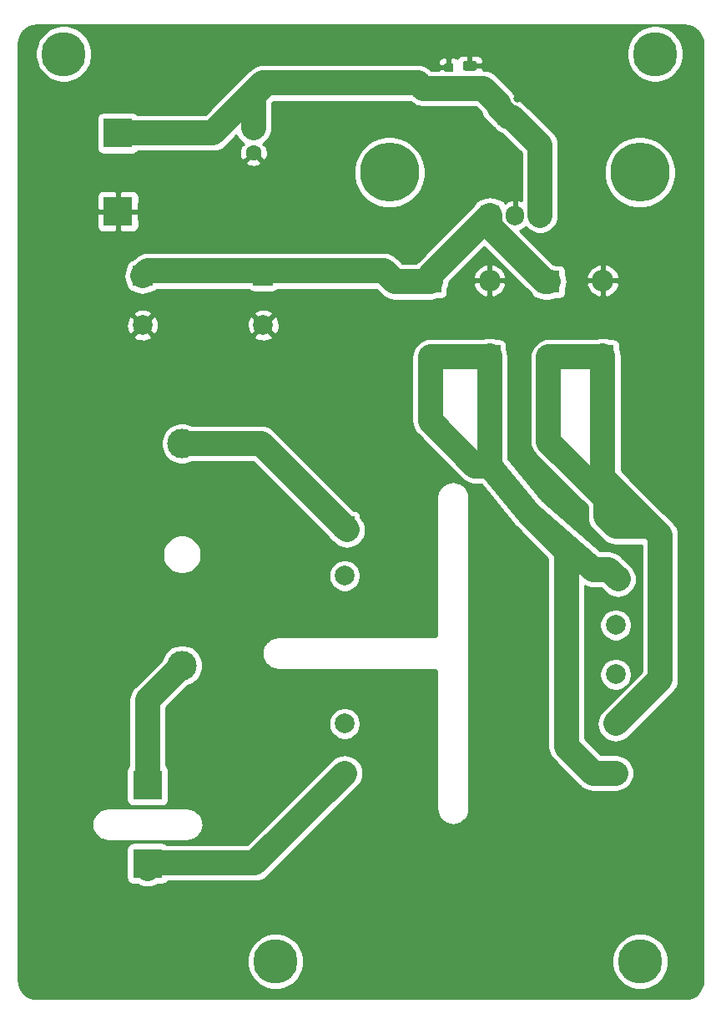
<source format=gtl>
G04 #@! TF.GenerationSoftware,KiCad,Pcbnew,(5.1.5)-3*
G04 #@! TF.CreationDate,2020-04-16T19:35:31+02:00*
G04 #@! TF.ProjectId,5vfrommains,35766672-6f6d-46d6-9169-6e732e6b6963,rev?*
G04 #@! TF.SameCoordinates,Original*
G04 #@! TF.FileFunction,Copper,L1,Top*
G04 #@! TF.FilePolarity,Positive*
%FSLAX46Y46*%
G04 Gerber Fmt 4.6, Leading zero omitted, Abs format (unit mm)*
G04 Created by KiCad (PCBNEW (5.1.5)-3) date 2020-04-16 19:35:31*
%MOMM*%
%LPD*%
G04 APERTURE LIST*
%ADD10C,2.000000*%
%ADD11R,2.000000X2.000000*%
%ADD12C,3.000000*%
%ADD13R,3.000000X3.000000*%
%ADD14C,1.600000*%
%ADD15R,1.600000X1.600000*%
%ADD16C,6.000000*%
%ADD17C,4.500000*%
%ADD18C,0.100000*%
%ADD19O,1.905000X2.000000*%
%ADD20R,1.905000X2.000000*%
%ADD21O,2.200000X2.200000*%
%ADD22R,2.200000X2.200000*%
%ADD23C,0.800000*%
%ADD24C,2.500000*%
%ADD25C,0.254000*%
G04 APERTURE END LIST*
D10*
X235000000Y-95900000D03*
X235000000Y-100900000D03*
X235000000Y-105900000D03*
X235000000Y-110900000D03*
X235000000Y-115900000D03*
X235000000Y-120900000D03*
X207500000Y-120900000D03*
X207500000Y-115900000D03*
X207500000Y-100900000D03*
D11*
X207500000Y-95900000D03*
D12*
X191000000Y-87500000D03*
X191000000Y-110000000D03*
D13*
X184500000Y-63960000D03*
X184500000Y-56040000D03*
X187500000Y-130060000D03*
X187500000Y-122140000D03*
D14*
X198250000Y-58000000D03*
D15*
X198250000Y-55500000D03*
D16*
X212050000Y-60000000D03*
X237450000Y-60000000D03*
D17*
X179000000Y-48000000D03*
X239000000Y-48000000D03*
G04 #@! TA.AperFunction,SMDPad,CuDef*
D18*
G36*
X220680142Y-48726174D02*
G01*
X220703803Y-48729684D01*
X220727007Y-48735496D01*
X220749529Y-48743554D01*
X220771153Y-48753782D01*
X220791670Y-48766079D01*
X220810883Y-48780329D01*
X220828607Y-48796393D01*
X220844671Y-48814117D01*
X220858921Y-48833330D01*
X220871218Y-48853847D01*
X220881446Y-48875471D01*
X220889504Y-48897993D01*
X220895316Y-48921197D01*
X220898826Y-48944858D01*
X220900000Y-48968750D01*
X220900000Y-49456250D01*
X220898826Y-49480142D01*
X220895316Y-49503803D01*
X220889504Y-49527007D01*
X220881446Y-49549529D01*
X220871218Y-49571153D01*
X220858921Y-49591670D01*
X220844671Y-49610883D01*
X220828607Y-49628607D01*
X220810883Y-49644671D01*
X220791670Y-49658921D01*
X220771153Y-49671218D01*
X220749529Y-49681446D01*
X220727007Y-49689504D01*
X220703803Y-49695316D01*
X220680142Y-49698826D01*
X220656250Y-49700000D01*
X219743750Y-49700000D01*
X219719858Y-49698826D01*
X219696197Y-49695316D01*
X219672993Y-49689504D01*
X219650471Y-49681446D01*
X219628847Y-49671218D01*
X219608330Y-49658921D01*
X219589117Y-49644671D01*
X219571393Y-49628607D01*
X219555329Y-49610883D01*
X219541079Y-49591670D01*
X219528782Y-49571153D01*
X219518554Y-49549529D01*
X219510496Y-49527007D01*
X219504684Y-49503803D01*
X219501174Y-49480142D01*
X219500000Y-49456250D01*
X219500000Y-48968750D01*
X219501174Y-48944858D01*
X219504684Y-48921197D01*
X219510496Y-48897993D01*
X219518554Y-48875471D01*
X219528782Y-48853847D01*
X219541079Y-48833330D01*
X219555329Y-48814117D01*
X219571393Y-48796393D01*
X219589117Y-48780329D01*
X219608330Y-48766079D01*
X219628847Y-48753782D01*
X219650471Y-48743554D01*
X219672993Y-48735496D01*
X219696197Y-48729684D01*
X219719858Y-48726174D01*
X219743750Y-48725000D01*
X220656250Y-48725000D01*
X220680142Y-48726174D01*
G37*
G04 #@! TD.AperFunction*
G04 #@! TA.AperFunction,SMDPad,CuDef*
G36*
X220680142Y-50601174D02*
G01*
X220703803Y-50604684D01*
X220727007Y-50610496D01*
X220749529Y-50618554D01*
X220771153Y-50628782D01*
X220791670Y-50641079D01*
X220810883Y-50655329D01*
X220828607Y-50671393D01*
X220844671Y-50689117D01*
X220858921Y-50708330D01*
X220871218Y-50728847D01*
X220881446Y-50750471D01*
X220889504Y-50772993D01*
X220895316Y-50796197D01*
X220898826Y-50819858D01*
X220900000Y-50843750D01*
X220900000Y-51331250D01*
X220898826Y-51355142D01*
X220895316Y-51378803D01*
X220889504Y-51402007D01*
X220881446Y-51424529D01*
X220871218Y-51446153D01*
X220858921Y-51466670D01*
X220844671Y-51485883D01*
X220828607Y-51503607D01*
X220810883Y-51519671D01*
X220791670Y-51533921D01*
X220771153Y-51546218D01*
X220749529Y-51556446D01*
X220727007Y-51564504D01*
X220703803Y-51570316D01*
X220680142Y-51573826D01*
X220656250Y-51575000D01*
X219743750Y-51575000D01*
X219719858Y-51573826D01*
X219696197Y-51570316D01*
X219672993Y-51564504D01*
X219650471Y-51556446D01*
X219628847Y-51546218D01*
X219608330Y-51533921D01*
X219589117Y-51519671D01*
X219571393Y-51503607D01*
X219555329Y-51485883D01*
X219541079Y-51466670D01*
X219528782Y-51446153D01*
X219518554Y-51424529D01*
X219510496Y-51402007D01*
X219504684Y-51378803D01*
X219501174Y-51355142D01*
X219500000Y-51331250D01*
X219500000Y-50843750D01*
X219501174Y-50819858D01*
X219504684Y-50796197D01*
X219510496Y-50772993D01*
X219518554Y-50750471D01*
X219528782Y-50728847D01*
X219541079Y-50708330D01*
X219555329Y-50689117D01*
X219571393Y-50671393D01*
X219589117Y-50655329D01*
X219608330Y-50641079D01*
X219628847Y-50628782D01*
X219650471Y-50618554D01*
X219672993Y-50610496D01*
X219696197Y-50604684D01*
X219719858Y-50601174D01*
X219743750Y-50600000D01*
X220656250Y-50600000D01*
X220680142Y-50601174D01*
G37*
G04 #@! TD.AperFunction*
D19*
X227330000Y-64350000D03*
X224790000Y-64350000D03*
D20*
X222250000Y-64350000D03*
D17*
X237500000Y-140000000D03*
X200500000Y-140000000D03*
D21*
X228200000Y-78720000D03*
D22*
X228200000Y-71100000D03*
D21*
X216200000Y-78720000D03*
D22*
X216200000Y-71100000D03*
D21*
X233700000Y-70980000D03*
D22*
X233700000Y-78600000D03*
D21*
X222200000Y-70980000D03*
D22*
X222200000Y-78600000D03*
G04 #@! TA.AperFunction,SMDPad,CuDef*
D18*
G36*
X218357691Y-48946053D02*
G01*
X218378926Y-48949203D01*
X218399750Y-48954419D01*
X218419962Y-48961651D01*
X218439368Y-48970830D01*
X218457781Y-48981866D01*
X218475024Y-48994654D01*
X218490930Y-49009070D01*
X218505346Y-49024976D01*
X218518134Y-49042219D01*
X218529170Y-49060632D01*
X218538349Y-49080038D01*
X218545581Y-49100250D01*
X218550797Y-49121074D01*
X218553947Y-49142309D01*
X218555000Y-49163750D01*
X218555000Y-49601250D01*
X218553947Y-49622691D01*
X218550797Y-49643926D01*
X218545581Y-49664750D01*
X218538349Y-49684962D01*
X218529170Y-49704368D01*
X218518134Y-49722781D01*
X218505346Y-49740024D01*
X218490930Y-49755930D01*
X218475024Y-49770346D01*
X218457781Y-49783134D01*
X218439368Y-49794170D01*
X218419962Y-49803349D01*
X218399750Y-49810581D01*
X218378926Y-49815797D01*
X218357691Y-49818947D01*
X218336250Y-49820000D01*
X217823750Y-49820000D01*
X217802309Y-49818947D01*
X217781074Y-49815797D01*
X217760250Y-49810581D01*
X217740038Y-49803349D01*
X217720632Y-49794170D01*
X217702219Y-49783134D01*
X217684976Y-49770346D01*
X217669070Y-49755930D01*
X217654654Y-49740024D01*
X217641866Y-49722781D01*
X217630830Y-49704368D01*
X217621651Y-49684962D01*
X217614419Y-49664750D01*
X217609203Y-49643926D01*
X217606053Y-49622691D01*
X217605000Y-49601250D01*
X217605000Y-49163750D01*
X217606053Y-49142309D01*
X217609203Y-49121074D01*
X217614419Y-49100250D01*
X217621651Y-49080038D01*
X217630830Y-49060632D01*
X217641866Y-49042219D01*
X217654654Y-49024976D01*
X217669070Y-49009070D01*
X217684976Y-48994654D01*
X217702219Y-48981866D01*
X217720632Y-48970830D01*
X217740038Y-48961651D01*
X217760250Y-48954419D01*
X217781074Y-48949203D01*
X217802309Y-48946053D01*
X217823750Y-48945000D01*
X218336250Y-48945000D01*
X218357691Y-48946053D01*
G37*
G04 #@! TD.AperFunction*
G04 #@! TA.AperFunction,SMDPad,CuDef*
G36*
X218357691Y-50521053D02*
G01*
X218378926Y-50524203D01*
X218399750Y-50529419D01*
X218419962Y-50536651D01*
X218439368Y-50545830D01*
X218457781Y-50556866D01*
X218475024Y-50569654D01*
X218490930Y-50584070D01*
X218505346Y-50599976D01*
X218518134Y-50617219D01*
X218529170Y-50635632D01*
X218538349Y-50655038D01*
X218545581Y-50675250D01*
X218550797Y-50696074D01*
X218553947Y-50717309D01*
X218555000Y-50738750D01*
X218555000Y-51176250D01*
X218553947Y-51197691D01*
X218550797Y-51218926D01*
X218545581Y-51239750D01*
X218538349Y-51259962D01*
X218529170Y-51279368D01*
X218518134Y-51297781D01*
X218505346Y-51315024D01*
X218490930Y-51330930D01*
X218475024Y-51345346D01*
X218457781Y-51358134D01*
X218439368Y-51369170D01*
X218419962Y-51378349D01*
X218399750Y-51385581D01*
X218378926Y-51390797D01*
X218357691Y-51393947D01*
X218336250Y-51395000D01*
X217823750Y-51395000D01*
X217802309Y-51393947D01*
X217781074Y-51390797D01*
X217760250Y-51385581D01*
X217740038Y-51378349D01*
X217720632Y-51369170D01*
X217702219Y-51358134D01*
X217684976Y-51345346D01*
X217669070Y-51330930D01*
X217654654Y-51315024D01*
X217641866Y-51297781D01*
X217630830Y-51279368D01*
X217621651Y-51259962D01*
X217614419Y-51239750D01*
X217609203Y-51218926D01*
X217606053Y-51197691D01*
X217605000Y-51176250D01*
X217605000Y-50738750D01*
X217606053Y-50717309D01*
X217609203Y-50696074D01*
X217614419Y-50675250D01*
X217621651Y-50655038D01*
X217630830Y-50635632D01*
X217641866Y-50617219D01*
X217654654Y-50599976D01*
X217669070Y-50584070D01*
X217684976Y-50569654D01*
X217702219Y-50556866D01*
X217720632Y-50545830D01*
X217740038Y-50536651D01*
X217760250Y-50529419D01*
X217781074Y-50524203D01*
X217802309Y-50521053D01*
X217823750Y-50520000D01*
X218336250Y-50520000D01*
X218357691Y-50521053D01*
G37*
G04 #@! TD.AperFunction*
D10*
X187000000Y-75500000D03*
D11*
X187000000Y-70500000D03*
D10*
X199250000Y-75500000D03*
D11*
X199250000Y-70500000D03*
D23*
X242500000Y-47500000D03*
X235000000Y-47500000D03*
X227500000Y-47500000D03*
X220000000Y-47500000D03*
X212500000Y-47500000D03*
X205000000Y-47500000D03*
X195000000Y-46250000D03*
X205000000Y-67500000D03*
X195000000Y-82500000D03*
X195000000Y-140000000D03*
X205000000Y-142500000D03*
X212500000Y-142500000D03*
X220000000Y-142500000D03*
X227500000Y-142500000D03*
X235000000Y-142500000D03*
X242500000Y-142500000D03*
X242500000Y-135000000D03*
X242500000Y-127500000D03*
X242500000Y-120000000D03*
X242500000Y-112500000D03*
X242500000Y-105000000D03*
X242500000Y-97500000D03*
X242500000Y-90000000D03*
X242500000Y-82500000D03*
X242500000Y-75000000D03*
X240000000Y-67500000D03*
X232500000Y-67500000D03*
X205000000Y-77500000D03*
X205000000Y-80000000D03*
X225000000Y-52500000D03*
X232500000Y-52500000D03*
X240000000Y-52500000D03*
X175000000Y-85000000D03*
X175000000Y-75000000D03*
X175000000Y-65000000D03*
X175000000Y-57500000D03*
X175000000Y-50000000D03*
X175000000Y-92500000D03*
X175000000Y-100000000D03*
X175000000Y-110000000D03*
X175000000Y-117500000D03*
X175000000Y-127500000D03*
X175000000Y-137500000D03*
X180000000Y-142500000D03*
X187500000Y-142500000D03*
X185000000Y-135000000D03*
X182500000Y-105000000D03*
X182500000Y-95000000D03*
X182500000Y-87500000D03*
X218000000Y-48000000D03*
X181000000Y-80000000D03*
X189500000Y-79500000D03*
X202500000Y-62500000D03*
X197500000Y-62500000D03*
X192500000Y-62500000D03*
X192500000Y-58500000D03*
X195000000Y-77500000D03*
X192500000Y-67500000D03*
X207500000Y-72500000D03*
X212500000Y-77500000D03*
X210000000Y-75000000D03*
X188500000Y-46500000D03*
X184500000Y-46500000D03*
X184000000Y-51500000D03*
X191000000Y-51500000D03*
X197500000Y-49000000D03*
D24*
X227330000Y-57267500D02*
X227330000Y-64350000D01*
X224412501Y-54350001D02*
X227330000Y-57267500D01*
X223149999Y-53388001D02*
X224111999Y-54350001D01*
X221562500Y-51500000D02*
X223149999Y-53087499D01*
X224111999Y-54350001D02*
X224412501Y-54350001D01*
X223149999Y-53087499D02*
X223149999Y-53388001D01*
X215500000Y-51500000D02*
X221562500Y-51500000D01*
X214957500Y-50957500D02*
X215500000Y-51500000D01*
X199207500Y-50957500D02*
X214957500Y-50957500D01*
X199207500Y-51242500D02*
X199207500Y-50957500D01*
X198250000Y-52200000D02*
X199207500Y-51242500D01*
X198250000Y-55500000D02*
X198250000Y-52200000D01*
X194165000Y-56000000D02*
X199207500Y-50957500D01*
X184500000Y-56040000D02*
X184540000Y-56000000D01*
X184540000Y-56000000D02*
X194165000Y-56000000D01*
X222200000Y-89614213D02*
X222200000Y-82200000D01*
X222200000Y-82200000D02*
X222200000Y-78600000D01*
X234250001Y-100250001D02*
X232750001Y-100250001D01*
X235250000Y-101250000D02*
X234250001Y-100250001D01*
X222250000Y-89750000D02*
X222200000Y-89614213D01*
X216200000Y-78720000D02*
X216200000Y-85200000D01*
X220750000Y-89750000D02*
X222250000Y-89750000D01*
X216200000Y-85200000D02*
X220750000Y-89750000D01*
X232750001Y-100250001D02*
X226200000Y-94600000D01*
X226200000Y-94600000D02*
X222250000Y-89750000D01*
X230000000Y-98400000D02*
X226200000Y-94600000D01*
X230000000Y-118200000D02*
X230000000Y-98400000D01*
X235000000Y-120900000D02*
X232700000Y-120900000D01*
X232700000Y-120900000D02*
X230000000Y-118200000D01*
X222080000Y-78720000D02*
X222200000Y-78600000D01*
X216200000Y-78720000D02*
X222080000Y-78720000D01*
X235000000Y-115900000D02*
X239500000Y-111400000D01*
X239500000Y-111400000D02*
X239500000Y-96800000D01*
X238600000Y-95900000D02*
X235000000Y-95900000D01*
X239500000Y-96800000D02*
X238600000Y-95900000D01*
X233700000Y-91000000D02*
X233700000Y-78600000D01*
X239500000Y-96800000D02*
X233700000Y-91000000D01*
X235000000Y-92300000D02*
X233700000Y-91000000D01*
X235000000Y-95900000D02*
X235000000Y-92300000D01*
X234000001Y-94900001D02*
X234000001Y-93100001D01*
X235000000Y-95900000D02*
X234000001Y-94900001D01*
X228200000Y-87300000D02*
X228200000Y-78720000D01*
X234000001Y-93100001D02*
X228200000Y-87300000D01*
X233580000Y-78720000D02*
X233700000Y-78600000D01*
X228200000Y-78720000D02*
X233580000Y-78720000D01*
X198400000Y-130000000D02*
X207500000Y-120900000D01*
X187500000Y-130600000D02*
X188100000Y-130000000D01*
X188100000Y-130000000D02*
X198400000Y-130000000D01*
X187500000Y-113500000D02*
X187500000Y-121600000D01*
X191000000Y-110000000D02*
X187500000Y-113500000D01*
X199000000Y-87500000D02*
X191000000Y-87500000D01*
X207750000Y-96250000D02*
X199000000Y-87500000D01*
X216200000Y-70400000D02*
X222250000Y-64350000D01*
X216200000Y-71100000D02*
X216200000Y-70400000D01*
X222250000Y-65500000D02*
X222250000Y-64350000D01*
X228200000Y-71100000D02*
X227850000Y-71100000D01*
X227850000Y-71100000D02*
X222250000Y-65500000D01*
X211500000Y-70000000D02*
X187500000Y-70000000D01*
X216200000Y-71100000D02*
X212600000Y-71100000D01*
X187500000Y-70000000D02*
X187000000Y-70500000D01*
X212600000Y-71100000D02*
X211500000Y-70000000D01*
D25*
G36*
X242356775Y-45148147D02*
G01*
X242699967Y-45251763D01*
X243016489Y-45420062D01*
X243294299Y-45646637D01*
X243522806Y-45922856D01*
X243693310Y-46238197D01*
X243799319Y-46580656D01*
X243840000Y-46967712D01*
X243840001Y-141867711D01*
X243801853Y-142256776D01*
X243698238Y-142599964D01*
X243529939Y-142916489D01*
X243303365Y-143194296D01*
X243027146Y-143422805D01*
X242711803Y-143593310D01*
X242369344Y-143699319D01*
X241982288Y-143740000D01*
X176282279Y-143740000D01*
X175893224Y-143701853D01*
X175550036Y-143598238D01*
X175233511Y-143429939D01*
X174955704Y-143203365D01*
X174727195Y-142927146D01*
X174556690Y-142611803D01*
X174450681Y-142269344D01*
X174410000Y-141882288D01*
X174410000Y-139715852D01*
X197615000Y-139715852D01*
X197615000Y-140284148D01*
X197725869Y-140841523D01*
X197943346Y-141366560D01*
X198259074Y-141839080D01*
X198660920Y-142240926D01*
X199133440Y-142556654D01*
X199658477Y-142774131D01*
X200215852Y-142885000D01*
X200784148Y-142885000D01*
X201341523Y-142774131D01*
X201866560Y-142556654D01*
X202339080Y-142240926D01*
X202740926Y-141839080D01*
X203056654Y-141366560D01*
X203274131Y-140841523D01*
X203385000Y-140284148D01*
X203385000Y-139715852D01*
X234615000Y-139715852D01*
X234615000Y-140284148D01*
X234725869Y-140841523D01*
X234943346Y-141366560D01*
X235259074Y-141839080D01*
X235660920Y-142240926D01*
X236133440Y-142556654D01*
X236658477Y-142774131D01*
X237215852Y-142885000D01*
X237784148Y-142885000D01*
X238341523Y-142774131D01*
X238866560Y-142556654D01*
X239339080Y-142240926D01*
X239740926Y-141839080D01*
X240056654Y-141366560D01*
X240274131Y-140841523D01*
X240385000Y-140284148D01*
X240385000Y-139715852D01*
X240274131Y-139158477D01*
X240056654Y-138633440D01*
X239740926Y-138160920D01*
X239339080Y-137759074D01*
X238866560Y-137443346D01*
X238341523Y-137225869D01*
X237784148Y-137115000D01*
X237215852Y-137115000D01*
X236658477Y-137225869D01*
X236133440Y-137443346D01*
X235660920Y-137759074D01*
X235259074Y-138160920D01*
X234943346Y-138633440D01*
X234725869Y-139158477D01*
X234615000Y-139715852D01*
X203385000Y-139715852D01*
X203274131Y-139158477D01*
X203056654Y-138633440D01*
X202740926Y-138160920D01*
X202339080Y-137759074D01*
X201866560Y-137443346D01*
X201341523Y-137225869D01*
X200784148Y-137115000D01*
X200215852Y-137115000D01*
X199658477Y-137225869D01*
X199133440Y-137443346D01*
X198660920Y-137759074D01*
X198259074Y-138160920D01*
X197943346Y-138633440D01*
X197725869Y-139158477D01*
X197615000Y-139715852D01*
X174410000Y-139715852D01*
X174410000Y-128560000D01*
X185361928Y-128560000D01*
X185361928Y-131560000D01*
X185374188Y-131684482D01*
X185410498Y-131804180D01*
X185469463Y-131914494D01*
X185548815Y-132011185D01*
X185645506Y-132090537D01*
X185755820Y-132149502D01*
X185875518Y-132185812D01*
X186000000Y-132198072D01*
X186491031Y-132198072D01*
X186775152Y-132349938D01*
X187130476Y-132457725D01*
X187500000Y-132494119D01*
X187869524Y-132457725D01*
X188224848Y-132349938D01*
X188508969Y-132198072D01*
X189000000Y-132198072D01*
X189124482Y-132185812D01*
X189244180Y-132149502D01*
X189354494Y-132090537D01*
X189451185Y-132011185D01*
X189530537Y-131914494D01*
X189546302Y-131885000D01*
X198307411Y-131885000D01*
X198400000Y-131894119D01*
X198492589Y-131885000D01*
X198492597Y-131885000D01*
X198769524Y-131857725D01*
X199124848Y-131749939D01*
X199452317Y-131574903D01*
X199739345Y-131339345D01*
X199798374Y-131267418D01*
X208898371Y-122167421D01*
X209074902Y-121952318D01*
X209249938Y-121624850D01*
X209357724Y-121269525D01*
X209394119Y-120900001D01*
X209357724Y-120530477D01*
X209249938Y-120175152D01*
X209074902Y-119847684D01*
X208839344Y-119560656D01*
X208552316Y-119325098D01*
X208224848Y-119150062D01*
X207869523Y-119042276D01*
X207499999Y-119005881D01*
X207130475Y-119042276D01*
X206775150Y-119150062D01*
X206447682Y-119325098D01*
X206232579Y-119501629D01*
X197619208Y-128115000D01*
X189456261Y-128115000D01*
X189451185Y-128108815D01*
X189354494Y-128029463D01*
X189244180Y-127970498D01*
X189124482Y-127934188D01*
X189000000Y-127921928D01*
X186000000Y-127921928D01*
X185875518Y-127934188D01*
X185755820Y-127970498D01*
X185645506Y-128029463D01*
X185548815Y-128108815D01*
X185469463Y-128205506D01*
X185410498Y-128315820D01*
X185374188Y-128435518D01*
X185361928Y-128560000D01*
X174410000Y-128560000D01*
X174410000Y-126166801D01*
X181842740Y-126166801D01*
X181843640Y-126175972D01*
X181864041Y-126370069D01*
X181876068Y-126428658D01*
X181887277Y-126487423D01*
X181889941Y-126496245D01*
X181947653Y-126682683D01*
X181970838Y-126737838D01*
X181993242Y-126793291D01*
X181997568Y-126801427D01*
X182090393Y-126973104D01*
X182123846Y-127022699D01*
X182156600Y-127072753D01*
X182162424Y-127079894D01*
X182286828Y-127230272D01*
X182329263Y-127272411D01*
X182371126Y-127315161D01*
X182378227Y-127321034D01*
X182529469Y-127444384D01*
X182579277Y-127477477D01*
X182628651Y-127511284D01*
X182636757Y-127515667D01*
X182809080Y-127607292D01*
X182864392Y-127630090D01*
X182919366Y-127653652D01*
X182928169Y-127656377D01*
X183115006Y-127712786D01*
X183173686Y-127724405D01*
X183232196Y-127736842D01*
X183241361Y-127737805D01*
X183435594Y-127756850D01*
X183435598Y-127756850D01*
X183467581Y-127760000D01*
X191532419Y-127760000D01*
X191565387Y-127756753D01*
X191578367Y-127756753D01*
X191587532Y-127755790D01*
X191781481Y-127734035D01*
X191839966Y-127721603D01*
X191898676Y-127709978D01*
X191907479Y-127707253D01*
X192093509Y-127648240D01*
X192148519Y-127624662D01*
X192203794Y-127601880D01*
X192211900Y-127597497D01*
X192382925Y-127503475D01*
X192432264Y-127469692D01*
X192482106Y-127436577D01*
X192489206Y-127430703D01*
X192638712Y-127305253D01*
X192680557Y-127262523D01*
X192723013Y-127220362D01*
X192728837Y-127213220D01*
X192851128Y-127061121D01*
X192883887Y-127011059D01*
X192917331Y-126961477D01*
X192921657Y-126953340D01*
X193012077Y-126780385D01*
X193034475Y-126724947D01*
X193057669Y-126669772D01*
X193060332Y-126660950D01*
X193115435Y-126473725D01*
X193126633Y-126415017D01*
X193138672Y-126356372D01*
X193139570Y-126347201D01*
X193157259Y-126152839D01*
X193156842Y-126093057D01*
X193157260Y-126033199D01*
X193156360Y-126024028D01*
X193135959Y-125829931D01*
X193123934Y-125771348D01*
X193112723Y-125712577D01*
X193110059Y-125703755D01*
X193052347Y-125517317D01*
X193029162Y-125462162D01*
X193006758Y-125406709D01*
X193002432Y-125398573D01*
X192909607Y-125226896D01*
X192876139Y-125177278D01*
X192843400Y-125127247D01*
X192837576Y-125120106D01*
X192713172Y-124969728D01*
X192670737Y-124927589D01*
X192628874Y-124884839D01*
X192621773Y-124878966D01*
X192470531Y-124755616D01*
X192420738Y-124722534D01*
X192371349Y-124688716D01*
X192363243Y-124684333D01*
X192190921Y-124592708D01*
X192135606Y-124569909D01*
X192080634Y-124546348D01*
X192071831Y-124543623D01*
X191884995Y-124487214D01*
X191826307Y-124475594D01*
X191767804Y-124463158D01*
X191758639Y-124462195D01*
X191564405Y-124443150D01*
X191564402Y-124443150D01*
X191532419Y-124440000D01*
X183467581Y-124440000D01*
X183434613Y-124443247D01*
X183421633Y-124443247D01*
X183412468Y-124444210D01*
X183218518Y-124465965D01*
X183160019Y-124478400D01*
X183101325Y-124490022D01*
X183092522Y-124492747D01*
X182906491Y-124551760D01*
X182851509Y-124575326D01*
X182796206Y-124598120D01*
X182788100Y-124602503D01*
X182617075Y-124696525D01*
X182567752Y-124730298D01*
X182517894Y-124763423D01*
X182510794Y-124769297D01*
X182361288Y-124894747D01*
X182319443Y-124937477D01*
X182276987Y-124979638D01*
X182271163Y-124986780D01*
X182148872Y-125138880D01*
X182116114Y-125188939D01*
X182082669Y-125238523D01*
X182078343Y-125246660D01*
X181987923Y-125419616D01*
X181965535Y-125475028D01*
X181942331Y-125530228D01*
X181939668Y-125539050D01*
X181884565Y-125726276D01*
X181873360Y-125785014D01*
X181861328Y-125843628D01*
X181860429Y-125852800D01*
X181842741Y-126047161D01*
X181843158Y-126106943D01*
X181842740Y-126166801D01*
X174410000Y-126166801D01*
X174410000Y-120640000D01*
X185361928Y-120640000D01*
X185361928Y-123640000D01*
X185374188Y-123764482D01*
X185410498Y-123884180D01*
X185469463Y-123994494D01*
X185548815Y-124091185D01*
X185645506Y-124170537D01*
X185755820Y-124229502D01*
X185875518Y-124265812D01*
X186000000Y-124278072D01*
X189000000Y-124278072D01*
X189124482Y-124265812D01*
X189244180Y-124229502D01*
X189354494Y-124170537D01*
X189451185Y-124091185D01*
X189530537Y-123994494D01*
X189589502Y-123884180D01*
X189625812Y-123764482D01*
X189638072Y-123640000D01*
X189638072Y-120640000D01*
X189625812Y-120515518D01*
X189589502Y-120395820D01*
X189530537Y-120285506D01*
X189451185Y-120188815D01*
X189385000Y-120134499D01*
X189385000Y-115738967D01*
X205865000Y-115738967D01*
X205865000Y-116061033D01*
X205927832Y-116376912D01*
X206051082Y-116674463D01*
X206230013Y-116942252D01*
X206457748Y-117169987D01*
X206725537Y-117348918D01*
X207023088Y-117472168D01*
X207338967Y-117535000D01*
X207661033Y-117535000D01*
X207976912Y-117472168D01*
X208274463Y-117348918D01*
X208542252Y-117169987D01*
X208769987Y-116942252D01*
X208948918Y-116674463D01*
X209072168Y-116376912D01*
X209135000Y-116061033D01*
X209135000Y-115738967D01*
X209072168Y-115423088D01*
X208948918Y-115125537D01*
X208769987Y-114857748D01*
X208542252Y-114630013D01*
X208274463Y-114451082D01*
X207976912Y-114327832D01*
X207661033Y-114265000D01*
X207338967Y-114265000D01*
X207023088Y-114327832D01*
X206725537Y-114451082D01*
X206457748Y-114630013D01*
X206230013Y-114857748D01*
X206051082Y-115125537D01*
X205927832Y-115423088D01*
X205865000Y-115738967D01*
X189385000Y-115738967D01*
X189385000Y-114280792D01*
X191610377Y-112055415D01*
X191622756Y-112052953D01*
X192011302Y-111892012D01*
X192360983Y-111658363D01*
X192658363Y-111360983D01*
X192892012Y-111011302D01*
X193052953Y-110622756D01*
X193135000Y-110210279D01*
X193135000Y-109789721D01*
X193052953Y-109377244D01*
X192892012Y-108988698D01*
X192777155Y-108816801D01*
X199092740Y-108816801D01*
X199093640Y-108825972D01*
X199114041Y-109020069D01*
X199126068Y-109078658D01*
X199137277Y-109137423D01*
X199139941Y-109146245D01*
X199197653Y-109332683D01*
X199220838Y-109387838D01*
X199243242Y-109443291D01*
X199247568Y-109451427D01*
X199340393Y-109623104D01*
X199373846Y-109672699D01*
X199406600Y-109722753D01*
X199412424Y-109729894D01*
X199536828Y-109880272D01*
X199579263Y-109922411D01*
X199621126Y-109965161D01*
X199628227Y-109971034D01*
X199779469Y-110094384D01*
X199829277Y-110127477D01*
X199878651Y-110161284D01*
X199886757Y-110165667D01*
X200059080Y-110257292D01*
X200114392Y-110280090D01*
X200169366Y-110303652D01*
X200178169Y-110306377D01*
X200365006Y-110362786D01*
X200423686Y-110374405D01*
X200482196Y-110386842D01*
X200491361Y-110387805D01*
X200685594Y-110406850D01*
X200685598Y-110406850D01*
X200717581Y-110410000D01*
X216467721Y-110410000D01*
X216565424Y-110419580D01*
X216628356Y-110438580D01*
X216686405Y-110469445D01*
X216737343Y-110510989D01*
X216779248Y-110561644D01*
X216810515Y-110619471D01*
X216829956Y-110682272D01*
X216840000Y-110777835D01*
X216840001Y-124532419D01*
X216843247Y-124565377D01*
X216843247Y-124578367D01*
X216844210Y-124587532D01*
X216865965Y-124781481D01*
X216878397Y-124839966D01*
X216890022Y-124898676D01*
X216892747Y-124907479D01*
X216951760Y-125093509D01*
X216975338Y-125148519D01*
X216998120Y-125203794D01*
X217002503Y-125211900D01*
X217096525Y-125382925D01*
X217130308Y-125432264D01*
X217163423Y-125482106D01*
X217169297Y-125489206D01*
X217294747Y-125638712D01*
X217337477Y-125680557D01*
X217379638Y-125723013D01*
X217386780Y-125728837D01*
X217538879Y-125851128D01*
X217588941Y-125883887D01*
X217638523Y-125917331D01*
X217646660Y-125921657D01*
X217646663Y-125921659D01*
X217646667Y-125921660D01*
X217819615Y-126012077D01*
X217875053Y-126034475D01*
X217930228Y-126057669D01*
X217939050Y-126060332D01*
X218126275Y-126115435D01*
X218184983Y-126126633D01*
X218243628Y-126138672D01*
X218252799Y-126139570D01*
X218447161Y-126157259D01*
X218506943Y-126156842D01*
X218566801Y-126157260D01*
X218575972Y-126156360D01*
X218770069Y-126135959D01*
X218828658Y-126123932D01*
X218887423Y-126112723D01*
X218896245Y-126110059D01*
X219082683Y-126052347D01*
X219137838Y-126029162D01*
X219193291Y-126006758D01*
X219201427Y-126002432D01*
X219373104Y-125909607D01*
X219422699Y-125876154D01*
X219472753Y-125843400D01*
X219479894Y-125837576D01*
X219630272Y-125713172D01*
X219672411Y-125670737D01*
X219715161Y-125628874D01*
X219721034Y-125621773D01*
X219844384Y-125470531D01*
X219877477Y-125420723D01*
X219911284Y-125371349D01*
X219915667Y-125363243D01*
X220007292Y-125190920D01*
X220030090Y-125135608D01*
X220053652Y-125080634D01*
X220056377Y-125071831D01*
X220112786Y-124884994D01*
X220124405Y-124826314D01*
X220136842Y-124767804D01*
X220137805Y-124758639D01*
X220156850Y-124564406D01*
X220156850Y-124564402D01*
X220160000Y-124532419D01*
X220160000Y-92967581D01*
X220156753Y-92934613D01*
X220156753Y-92921633D01*
X220155790Y-92912468D01*
X220134035Y-92718518D01*
X220121600Y-92660019D01*
X220109978Y-92601325D01*
X220107253Y-92592522D01*
X220048240Y-92406491D01*
X220024674Y-92351509D01*
X220001880Y-92296206D01*
X219997497Y-92288100D01*
X219903475Y-92117075D01*
X219869702Y-92067752D01*
X219836577Y-92017894D01*
X219830703Y-92010794D01*
X219705253Y-91861288D01*
X219662523Y-91819443D01*
X219620362Y-91776987D01*
X219613220Y-91771163D01*
X219461120Y-91648872D01*
X219411061Y-91616114D01*
X219361477Y-91582669D01*
X219353340Y-91578343D01*
X219353337Y-91578341D01*
X219353333Y-91578340D01*
X219180384Y-91487923D01*
X219124972Y-91465535D01*
X219069772Y-91442331D01*
X219060950Y-91439668D01*
X218873724Y-91384565D01*
X218814986Y-91373360D01*
X218756372Y-91361328D01*
X218747200Y-91360429D01*
X218552839Y-91342741D01*
X218493057Y-91343158D01*
X218433199Y-91342740D01*
X218424028Y-91343640D01*
X218229931Y-91364041D01*
X218171348Y-91376066D01*
X218112577Y-91387277D01*
X218103755Y-91389941D01*
X217917317Y-91447653D01*
X217862162Y-91470838D01*
X217806709Y-91493242D01*
X217798573Y-91497568D01*
X217626896Y-91590393D01*
X217577278Y-91623861D01*
X217527247Y-91656600D01*
X217520106Y-91662424D01*
X217369728Y-91786828D01*
X217327589Y-91829263D01*
X217284839Y-91871126D01*
X217278966Y-91878227D01*
X217155616Y-92029469D01*
X217122534Y-92079262D01*
X217088716Y-92128651D01*
X217084333Y-92136757D01*
X216992708Y-92309079D01*
X216969909Y-92364394D01*
X216946348Y-92419366D01*
X216943623Y-92428169D01*
X216887214Y-92615005D01*
X216875594Y-92673693D01*
X216863158Y-92732196D01*
X216862195Y-92741361D01*
X216843150Y-92935595D01*
X216843150Y-92935608D01*
X216840001Y-92967581D01*
X216840000Y-106717721D01*
X216830420Y-106815424D01*
X216811420Y-106878357D01*
X216780554Y-106936406D01*
X216739011Y-106987343D01*
X216688356Y-107029248D01*
X216630529Y-107060515D01*
X216567728Y-107079956D01*
X216472165Y-107090000D01*
X200717581Y-107090000D01*
X200684613Y-107093247D01*
X200671633Y-107093247D01*
X200662468Y-107094210D01*
X200468518Y-107115965D01*
X200410019Y-107128400D01*
X200351325Y-107140022D01*
X200342522Y-107142747D01*
X200156491Y-107201760D01*
X200101509Y-107225326D01*
X200046206Y-107248120D01*
X200038100Y-107252503D01*
X199867075Y-107346525D01*
X199817752Y-107380298D01*
X199767894Y-107413423D01*
X199760794Y-107419297D01*
X199611288Y-107544747D01*
X199569443Y-107587477D01*
X199526987Y-107629638D01*
X199521163Y-107636780D01*
X199398872Y-107788880D01*
X199366114Y-107838939D01*
X199332669Y-107888523D01*
X199328343Y-107896660D01*
X199237923Y-108069616D01*
X199215535Y-108125028D01*
X199192331Y-108180228D01*
X199189668Y-108189050D01*
X199134565Y-108376276D01*
X199123360Y-108435014D01*
X199111328Y-108493628D01*
X199110429Y-108502800D01*
X199092741Y-108697161D01*
X199093158Y-108756943D01*
X199092740Y-108816801D01*
X192777155Y-108816801D01*
X192658363Y-108639017D01*
X192360983Y-108341637D01*
X192011302Y-108107988D01*
X191622756Y-107947047D01*
X191210279Y-107865000D01*
X190789721Y-107865000D01*
X190377244Y-107947047D01*
X189988698Y-108107988D01*
X189639017Y-108341637D01*
X189341637Y-108639017D01*
X189107988Y-108988698D01*
X188947047Y-109377244D01*
X188944585Y-109389623D01*
X186232582Y-112101626D01*
X186160655Y-112160655D01*
X185925097Y-112447683D01*
X185750061Y-112775153D01*
X185642275Y-113130477D01*
X185615000Y-113407404D01*
X185615000Y-113407411D01*
X185605881Y-113500000D01*
X185615000Y-113592589D01*
X185615001Y-120134498D01*
X185548815Y-120188815D01*
X185469463Y-120285506D01*
X185410498Y-120395820D01*
X185374188Y-120515518D01*
X185361928Y-120640000D01*
X174410000Y-120640000D01*
X174410000Y-100738967D01*
X205865000Y-100738967D01*
X205865000Y-101061033D01*
X205927832Y-101376912D01*
X206051082Y-101674463D01*
X206230013Y-101942252D01*
X206457748Y-102169987D01*
X206725537Y-102348918D01*
X207023088Y-102472168D01*
X207338967Y-102535000D01*
X207661033Y-102535000D01*
X207976912Y-102472168D01*
X208274463Y-102348918D01*
X208542252Y-102169987D01*
X208769987Y-101942252D01*
X208948918Y-101674463D01*
X209072168Y-101376912D01*
X209135000Y-101061033D01*
X209135000Y-100738967D01*
X209072168Y-100423088D01*
X208948918Y-100125537D01*
X208769987Y-99857748D01*
X208542252Y-99630013D01*
X208274463Y-99451082D01*
X207976912Y-99327832D01*
X207661033Y-99265000D01*
X207338967Y-99265000D01*
X207023088Y-99327832D01*
X206725537Y-99451082D01*
X206457748Y-99630013D01*
X206230013Y-99857748D01*
X206051082Y-100125537D01*
X205927832Y-100423088D01*
X205865000Y-100738967D01*
X174410000Y-100738967D01*
X174410000Y-98554495D01*
X189015000Y-98554495D01*
X189015000Y-98945505D01*
X189091282Y-99329003D01*
X189240915Y-99690250D01*
X189458149Y-100015364D01*
X189734636Y-100291851D01*
X190059750Y-100509085D01*
X190420997Y-100658718D01*
X190804495Y-100735000D01*
X191195505Y-100735000D01*
X191579003Y-100658718D01*
X191940250Y-100509085D01*
X192265364Y-100291851D01*
X192541851Y-100015364D01*
X192759085Y-99690250D01*
X192908718Y-99329003D01*
X192985000Y-98945505D01*
X192985000Y-98554495D01*
X192908718Y-98170997D01*
X192759085Y-97809750D01*
X192541851Y-97484636D01*
X192265364Y-97208149D01*
X191940250Y-96990915D01*
X191579003Y-96841282D01*
X191195505Y-96765000D01*
X190804495Y-96765000D01*
X190420997Y-96841282D01*
X190059750Y-96990915D01*
X189734636Y-97208149D01*
X189458149Y-97484636D01*
X189240915Y-97809750D01*
X189091282Y-98170997D01*
X189015000Y-98554495D01*
X174410000Y-98554495D01*
X174410000Y-87289721D01*
X188865000Y-87289721D01*
X188865000Y-87710279D01*
X188947047Y-88122756D01*
X189107988Y-88511302D01*
X189341637Y-88860983D01*
X189639017Y-89158363D01*
X189988698Y-89392012D01*
X190377244Y-89552953D01*
X190789721Y-89635000D01*
X191210279Y-89635000D01*
X191622756Y-89552953D01*
X192011302Y-89392012D01*
X192021796Y-89385000D01*
X198219208Y-89385000D01*
X205880937Y-97046730D01*
X205910498Y-97144180D01*
X205969463Y-97254494D01*
X206048815Y-97351185D01*
X206145506Y-97430537D01*
X206255820Y-97489502D01*
X206353270Y-97519063D01*
X206482579Y-97648372D01*
X206697683Y-97824903D01*
X207025151Y-97999938D01*
X207380476Y-98107725D01*
X207750000Y-98144120D01*
X208119524Y-98107725D01*
X208474849Y-97999938D01*
X208802317Y-97824903D01*
X209089345Y-97589345D01*
X209324903Y-97302317D01*
X209499938Y-96974849D01*
X209607725Y-96619524D01*
X209644120Y-96250000D01*
X209607725Y-95880476D01*
X209499938Y-95525151D01*
X209324903Y-95197683D01*
X209148372Y-94982579D01*
X209138072Y-94972279D01*
X209138072Y-94900000D01*
X209125812Y-94775518D01*
X209089502Y-94655820D01*
X209030537Y-94545506D01*
X208951185Y-94448815D01*
X208854494Y-94369463D01*
X208744180Y-94310498D01*
X208624482Y-94274188D01*
X208500000Y-94261928D01*
X208427721Y-94261928D01*
X200398374Y-86232582D01*
X200339345Y-86160655D01*
X200052317Y-85925097D01*
X199724848Y-85750061D01*
X199369524Y-85642275D01*
X199092597Y-85615000D01*
X199092589Y-85615000D01*
X199000000Y-85605881D01*
X198907411Y-85615000D01*
X192021796Y-85615000D01*
X192011302Y-85607988D01*
X191622756Y-85447047D01*
X191210279Y-85365000D01*
X190789721Y-85365000D01*
X190377244Y-85447047D01*
X189988698Y-85607988D01*
X189639017Y-85841637D01*
X189341637Y-86139017D01*
X189107988Y-86488698D01*
X188947047Y-86877244D01*
X188865000Y-87289721D01*
X174410000Y-87289721D01*
X174410000Y-78720000D01*
X214305880Y-78720000D01*
X214315000Y-78812597D01*
X214315001Y-85107401D01*
X214305881Y-85200000D01*
X214342275Y-85569524D01*
X214450062Y-85924848D01*
X214625098Y-86252317D01*
X214801628Y-86467420D01*
X214801631Y-86467423D01*
X214860656Y-86539345D01*
X214932577Y-86598369D01*
X219351630Y-91017423D01*
X219410655Y-91089345D01*
X219482577Y-91148370D01*
X219482579Y-91148372D01*
X219697683Y-91324903D01*
X220025152Y-91499939D01*
X220327032Y-91591513D01*
X220380476Y-91607725D01*
X220750000Y-91644120D01*
X220842597Y-91635000D01*
X221354141Y-91635000D01*
X224623422Y-95649181D01*
X224625098Y-95652317D01*
X224669413Y-95706316D01*
X224706785Y-95765331D01*
X224784477Y-95846932D01*
X224796883Y-95862165D01*
X224799380Y-95864681D01*
X224801628Y-95867420D01*
X224850788Y-95916580D01*
X224898663Y-95966864D01*
X224913524Y-95979683D01*
X224992909Y-96059665D01*
X224995863Y-96061655D01*
X228115001Y-99180793D01*
X228115000Y-118107411D01*
X228105881Y-118200000D01*
X228115000Y-118292589D01*
X228115000Y-118292596D01*
X228142275Y-118569523D01*
X228250061Y-118924847D01*
X228425097Y-119252317D01*
X228660655Y-119539345D01*
X228732582Y-119598374D01*
X231301628Y-122167421D01*
X231360655Y-122239345D01*
X231432577Y-122298370D01*
X231432579Y-122298372D01*
X231494170Y-122348918D01*
X231647683Y-122474903D01*
X231975152Y-122649939D01*
X232330476Y-122757725D01*
X232700000Y-122794120D01*
X232792597Y-122785000D01*
X235092597Y-122785000D01*
X235369524Y-122757725D01*
X235724848Y-122649939D01*
X236052317Y-122474903D01*
X236339345Y-122239345D01*
X236574903Y-121952317D01*
X236749939Y-121624848D01*
X236857725Y-121269524D01*
X236894120Y-120900000D01*
X236857725Y-120530476D01*
X236749939Y-120175152D01*
X236574903Y-119847683D01*
X236339345Y-119560655D01*
X236052317Y-119325097D01*
X235724848Y-119150061D01*
X235369524Y-119042275D01*
X235092597Y-119015000D01*
X233480793Y-119015000D01*
X231885000Y-117419208D01*
X231885000Y-110738967D01*
X233365000Y-110738967D01*
X233365000Y-111061033D01*
X233427832Y-111376912D01*
X233551082Y-111674463D01*
X233730013Y-111942252D01*
X233957748Y-112169987D01*
X234225537Y-112348918D01*
X234523088Y-112472168D01*
X234838967Y-112535000D01*
X235161033Y-112535000D01*
X235476912Y-112472168D01*
X235774463Y-112348918D01*
X236042252Y-112169987D01*
X236269987Y-111942252D01*
X236448918Y-111674463D01*
X236572168Y-111376912D01*
X236635000Y-111061033D01*
X236635000Y-110738967D01*
X236572168Y-110423088D01*
X236448918Y-110125537D01*
X236269987Y-109857748D01*
X236042252Y-109630013D01*
X235774463Y-109451082D01*
X235476912Y-109327832D01*
X235161033Y-109265000D01*
X234838967Y-109265000D01*
X234523088Y-109327832D01*
X234225537Y-109451082D01*
X233957748Y-109630013D01*
X233730013Y-109857748D01*
X233551082Y-110125537D01*
X233427832Y-110423088D01*
X233365000Y-110738967D01*
X231885000Y-110738967D01*
X231885000Y-105738967D01*
X233365000Y-105738967D01*
X233365000Y-106061033D01*
X233427832Y-106376912D01*
X233551082Y-106674463D01*
X233730013Y-106942252D01*
X233957748Y-107169987D01*
X234225537Y-107348918D01*
X234523088Y-107472168D01*
X234838967Y-107535000D01*
X235161033Y-107535000D01*
X235476912Y-107472168D01*
X235774463Y-107348918D01*
X236042252Y-107169987D01*
X236269987Y-106942252D01*
X236448918Y-106674463D01*
X236572168Y-106376912D01*
X236635000Y-106061033D01*
X236635000Y-105738967D01*
X236572168Y-105423088D01*
X236448918Y-105125537D01*
X236269987Y-104857748D01*
X236042252Y-104630013D01*
X235774463Y-104451082D01*
X235476912Y-104327832D01*
X235161033Y-104265000D01*
X234838967Y-104265000D01*
X234523088Y-104327832D01*
X234225537Y-104451082D01*
X233957748Y-104630013D01*
X233730013Y-104857748D01*
X233551082Y-105125537D01*
X233427832Y-105423088D01*
X233365000Y-105738967D01*
X231885000Y-105738967D01*
X231885000Y-101928462D01*
X231922648Y-101945150D01*
X232025153Y-101999940D01*
X232092004Y-102020219D01*
X232155860Y-102048524D01*
X232269251Y-102073986D01*
X232380477Y-102107726D01*
X232450000Y-102114573D01*
X232518152Y-102129877D01*
X232634328Y-102132728D01*
X232657404Y-102135001D01*
X232726937Y-102135001D01*
X232889352Y-102138987D01*
X232912323Y-102135001D01*
X233469209Y-102135001D01*
X233982580Y-102648372D01*
X234197683Y-102824902D01*
X234525151Y-102999938D01*
X234880475Y-103107724D01*
X235249999Y-103144119D01*
X235619523Y-103107724D01*
X235974848Y-102999938D01*
X236302316Y-102824902D01*
X236589344Y-102589344D01*
X236824902Y-102302316D01*
X236999938Y-101974848D01*
X237107724Y-101619523D01*
X237144119Y-101249999D01*
X237107724Y-100880475D01*
X236999938Y-100525151D01*
X236824902Y-100197683D01*
X236648372Y-99982580D01*
X235648375Y-98982583D01*
X235589346Y-98910656D01*
X235302318Y-98675098D01*
X234974849Y-98500062D01*
X234619525Y-98392276D01*
X234342598Y-98365001D01*
X234342590Y-98365001D01*
X234250001Y-98355882D01*
X234157412Y-98365001D01*
X233450668Y-98365001D01*
X227556836Y-93281009D01*
X224085000Y-89018123D01*
X224085000Y-78720000D01*
X226305880Y-78720000D01*
X226315001Y-78812607D01*
X226315000Y-87207411D01*
X226305881Y-87300000D01*
X226315000Y-87392589D01*
X226315000Y-87392596D01*
X226342275Y-87669523D01*
X226450061Y-88024847D01*
X226625097Y-88352317D01*
X226860655Y-88639345D01*
X226932582Y-88698374D01*
X232115001Y-93880794D01*
X232115001Y-94807412D01*
X232105882Y-94900001D01*
X232115001Y-94992590D01*
X232115001Y-94992597D01*
X232142276Y-95269524D01*
X232250062Y-95624848D01*
X232425098Y-95952318D01*
X232660656Y-96239346D01*
X232732583Y-96298375D01*
X233601626Y-97167418D01*
X233660655Y-97239345D01*
X233947683Y-97474903D01*
X234275152Y-97649939D01*
X234630476Y-97757725D01*
X235000000Y-97794120D01*
X235092597Y-97785000D01*
X237615001Y-97785000D01*
X237615000Y-110619207D01*
X233601628Y-114632580D01*
X233425098Y-114847683D01*
X233250062Y-115175152D01*
X233142275Y-115530476D01*
X233105881Y-115900000D01*
X233142275Y-116269524D01*
X233250062Y-116624848D01*
X233425098Y-116952317D01*
X233660655Y-117239345D01*
X233947683Y-117474902D01*
X234275152Y-117649938D01*
X234630476Y-117757725D01*
X235000000Y-117794119D01*
X235369524Y-117757725D01*
X235724848Y-117649938D01*
X236052317Y-117474902D01*
X236267420Y-117298372D01*
X240767423Y-112798370D01*
X240839345Y-112739345D01*
X241074903Y-112452317D01*
X241249939Y-112124848D01*
X241357725Y-111769524D01*
X241385000Y-111492597D01*
X241385000Y-111492590D01*
X241394119Y-111400001D01*
X241385000Y-111307412D01*
X241385000Y-96892597D01*
X241394120Y-96800000D01*
X241357725Y-96430476D01*
X241351662Y-96410488D01*
X241249939Y-96075152D01*
X241074903Y-95747683D01*
X240974095Y-95624848D01*
X240898372Y-95532579D01*
X240898370Y-95532577D01*
X240839345Y-95460655D01*
X240767423Y-95401630D01*
X239998370Y-94632577D01*
X239939345Y-94560655D01*
X239867423Y-94501630D01*
X236398375Y-91032583D01*
X236398372Y-91032579D01*
X236398370Y-91032577D01*
X236339345Y-90960655D01*
X236267423Y-90901630D01*
X235585000Y-90219208D01*
X235585000Y-78692597D01*
X235594120Y-78600000D01*
X235557725Y-78230476D01*
X235449939Y-77875152D01*
X235438072Y-77852950D01*
X235438072Y-77500000D01*
X235425812Y-77375518D01*
X235389502Y-77255820D01*
X235330537Y-77145506D01*
X235251185Y-77048815D01*
X235154494Y-76969463D01*
X235044180Y-76910498D01*
X234924482Y-76874188D01*
X234800000Y-76861928D01*
X234447050Y-76861928D01*
X234424848Y-76850061D01*
X234069524Y-76742275D01*
X233700000Y-76705880D01*
X233330477Y-76742275D01*
X233024803Y-76835000D01*
X228292597Y-76835000D01*
X228200000Y-76825880D01*
X228107403Y-76835000D01*
X227830476Y-76862275D01*
X227475152Y-76970061D01*
X227147683Y-77145097D01*
X226860655Y-77380655D01*
X226625097Y-77667683D01*
X226450061Y-77995152D01*
X226342275Y-78350476D01*
X226305880Y-78720000D01*
X224085000Y-78720000D01*
X224085000Y-78692597D01*
X224094120Y-78600000D01*
X224057725Y-78230476D01*
X223949939Y-77875152D01*
X223938072Y-77852950D01*
X223938072Y-77500000D01*
X223925812Y-77375518D01*
X223889502Y-77255820D01*
X223830537Y-77145506D01*
X223751185Y-77048815D01*
X223654494Y-76969463D01*
X223544180Y-76910498D01*
X223424482Y-76874188D01*
X223300000Y-76861928D01*
X222947050Y-76861928D01*
X222924848Y-76850061D01*
X222569524Y-76742275D01*
X222200000Y-76705880D01*
X221830477Y-76742275D01*
X221524803Y-76835000D01*
X216292597Y-76835000D01*
X216200000Y-76825880D01*
X216107403Y-76835000D01*
X215830476Y-76862275D01*
X215475152Y-76970061D01*
X215147683Y-77145097D01*
X214860655Y-77380655D01*
X214625097Y-77667683D01*
X214450061Y-77995152D01*
X214342275Y-78350476D01*
X214305880Y-78720000D01*
X174410000Y-78720000D01*
X174410000Y-76635413D01*
X186044192Y-76635413D01*
X186139956Y-76899814D01*
X186429571Y-77040704D01*
X186741108Y-77122384D01*
X187062595Y-77141718D01*
X187381675Y-77097961D01*
X187686088Y-76992795D01*
X187860044Y-76899814D01*
X187955808Y-76635413D01*
X198294192Y-76635413D01*
X198389956Y-76899814D01*
X198679571Y-77040704D01*
X198991108Y-77122384D01*
X199312595Y-77141718D01*
X199631675Y-77097961D01*
X199936088Y-76992795D01*
X200110044Y-76899814D01*
X200205808Y-76635413D01*
X199250000Y-75679605D01*
X198294192Y-76635413D01*
X187955808Y-76635413D01*
X187000000Y-75679605D01*
X186044192Y-76635413D01*
X174410000Y-76635413D01*
X174410000Y-75562595D01*
X185358282Y-75562595D01*
X185402039Y-75881675D01*
X185507205Y-76186088D01*
X185600186Y-76360044D01*
X185864587Y-76455808D01*
X186820395Y-75500000D01*
X187179605Y-75500000D01*
X188135413Y-76455808D01*
X188399814Y-76360044D01*
X188540704Y-76070429D01*
X188622384Y-75758892D01*
X188634189Y-75562595D01*
X197608282Y-75562595D01*
X197652039Y-75881675D01*
X197757205Y-76186088D01*
X197850186Y-76360044D01*
X198114587Y-76455808D01*
X199070395Y-75500000D01*
X199429605Y-75500000D01*
X200385413Y-76455808D01*
X200649814Y-76360044D01*
X200790704Y-76070429D01*
X200872384Y-75758892D01*
X200891718Y-75437405D01*
X200847961Y-75118325D01*
X200742795Y-74813912D01*
X200649814Y-74639956D01*
X200385413Y-74544192D01*
X199429605Y-75500000D01*
X199070395Y-75500000D01*
X198114587Y-74544192D01*
X197850186Y-74639956D01*
X197709296Y-74929571D01*
X197627616Y-75241108D01*
X197608282Y-75562595D01*
X188634189Y-75562595D01*
X188641718Y-75437405D01*
X188597961Y-75118325D01*
X188492795Y-74813912D01*
X188399814Y-74639956D01*
X188135413Y-74544192D01*
X187179605Y-75500000D01*
X186820395Y-75500000D01*
X185864587Y-74544192D01*
X185600186Y-74639956D01*
X185459296Y-74929571D01*
X185377616Y-75241108D01*
X185358282Y-75562595D01*
X174410000Y-75562595D01*
X174410000Y-74364587D01*
X186044192Y-74364587D01*
X187000000Y-75320395D01*
X187955808Y-74364587D01*
X198294192Y-74364587D01*
X199250000Y-75320395D01*
X200205808Y-74364587D01*
X200110044Y-74100186D01*
X199820429Y-73959296D01*
X199508892Y-73877616D01*
X199187405Y-73858282D01*
X198868325Y-73902039D01*
X198563912Y-74007205D01*
X198389956Y-74100186D01*
X198294192Y-74364587D01*
X187955808Y-74364587D01*
X187860044Y-74100186D01*
X187570429Y-73959296D01*
X187258892Y-73877616D01*
X186937405Y-73858282D01*
X186618325Y-73902039D01*
X186313912Y-74007205D01*
X186139956Y-74100186D01*
X186044192Y-74364587D01*
X174410000Y-74364587D01*
X174410000Y-65460000D01*
X182361928Y-65460000D01*
X182374188Y-65584482D01*
X182410498Y-65704180D01*
X182469463Y-65814494D01*
X182548815Y-65911185D01*
X182645506Y-65990537D01*
X182755820Y-66049502D01*
X182875518Y-66085812D01*
X183000000Y-66098072D01*
X184214250Y-66095000D01*
X184373000Y-65936250D01*
X184373000Y-64087000D01*
X184627000Y-64087000D01*
X184627000Y-65936250D01*
X184785750Y-66095000D01*
X186000000Y-66098072D01*
X186124482Y-66085812D01*
X186244180Y-66049502D01*
X186354494Y-65990537D01*
X186451185Y-65911185D01*
X186530537Y-65814494D01*
X186589502Y-65704180D01*
X186625812Y-65584482D01*
X186638072Y-65460000D01*
X186635000Y-64245750D01*
X186476250Y-64087000D01*
X184627000Y-64087000D01*
X184373000Y-64087000D01*
X182523750Y-64087000D01*
X182365000Y-64245750D01*
X182361928Y-65460000D01*
X174410000Y-65460000D01*
X174410000Y-62460000D01*
X182361928Y-62460000D01*
X182365000Y-63674250D01*
X182523750Y-63833000D01*
X184373000Y-63833000D01*
X184373000Y-61983750D01*
X184627000Y-61983750D01*
X184627000Y-63833000D01*
X186476250Y-63833000D01*
X186635000Y-63674250D01*
X186638072Y-62460000D01*
X186625812Y-62335518D01*
X186589502Y-62215820D01*
X186530537Y-62105506D01*
X186451185Y-62008815D01*
X186354494Y-61929463D01*
X186244180Y-61870498D01*
X186124482Y-61834188D01*
X186000000Y-61821928D01*
X184785750Y-61825000D01*
X184627000Y-61983750D01*
X184373000Y-61983750D01*
X184214250Y-61825000D01*
X183000000Y-61821928D01*
X182875518Y-61834188D01*
X182755820Y-61870498D01*
X182645506Y-61929463D01*
X182548815Y-62008815D01*
X182469463Y-62105506D01*
X182410498Y-62215820D01*
X182374188Y-62335518D01*
X182361928Y-62460000D01*
X174410000Y-62460000D01*
X174410000Y-59641984D01*
X208415000Y-59641984D01*
X208415000Y-60358016D01*
X208554691Y-61060290D01*
X208828705Y-61721818D01*
X209226511Y-62317177D01*
X209732823Y-62823489D01*
X210328182Y-63221295D01*
X210989710Y-63495309D01*
X211691984Y-63635000D01*
X212408016Y-63635000D01*
X213110290Y-63495309D01*
X213771818Y-63221295D01*
X214367177Y-62823489D01*
X214873489Y-62317177D01*
X215271295Y-61721818D01*
X215545309Y-61060290D01*
X215685000Y-60358016D01*
X215685000Y-59641984D01*
X215545309Y-58939710D01*
X215271295Y-58278182D01*
X214873489Y-57682823D01*
X214367177Y-57176511D01*
X213771818Y-56778705D01*
X213110290Y-56504691D01*
X212408016Y-56365000D01*
X211691984Y-56365000D01*
X210989710Y-56504691D01*
X210328182Y-56778705D01*
X209732823Y-57176511D01*
X209226511Y-57682823D01*
X208828705Y-58278182D01*
X208554691Y-58939710D01*
X208415000Y-59641984D01*
X174410000Y-59641984D01*
X174410000Y-58992702D01*
X197436903Y-58992702D01*
X197508486Y-59236671D01*
X197763996Y-59357571D01*
X198038184Y-59426300D01*
X198320512Y-59440217D01*
X198600130Y-59398787D01*
X198866292Y-59303603D01*
X198991514Y-59236671D01*
X199063097Y-58992702D01*
X198250000Y-58179605D01*
X197436903Y-58992702D01*
X174410000Y-58992702D01*
X174410000Y-54540000D01*
X182361928Y-54540000D01*
X182361928Y-57540000D01*
X182374188Y-57664482D01*
X182410498Y-57784180D01*
X182469463Y-57894494D01*
X182548815Y-57991185D01*
X182645506Y-58070537D01*
X182755820Y-58129502D01*
X182875518Y-58165812D01*
X183000000Y-58178072D01*
X186000000Y-58178072D01*
X186124482Y-58165812D01*
X186244180Y-58129502D01*
X186354494Y-58070537D01*
X186451185Y-57991185D01*
X186530537Y-57894494D01*
X186535612Y-57885000D01*
X194072411Y-57885000D01*
X194165000Y-57894119D01*
X194257589Y-57885000D01*
X194257597Y-57885000D01*
X194534524Y-57857725D01*
X194889848Y-57749939D01*
X195217317Y-57574903D01*
X195504345Y-57339345D01*
X195563374Y-57267418D01*
X196536943Y-56293849D01*
X196675097Y-56552317D01*
X196910655Y-56839345D01*
X197164216Y-57047437D01*
X197141023Y-57070630D01*
X197257296Y-57186903D01*
X197013329Y-57258486D01*
X196892429Y-57513996D01*
X196823700Y-57788184D01*
X196809783Y-58070512D01*
X196851213Y-58350130D01*
X196946397Y-58616292D01*
X197013329Y-58741514D01*
X197257298Y-58813097D01*
X198070395Y-58000000D01*
X198056253Y-57985858D01*
X198235858Y-57806253D01*
X198250000Y-57820395D01*
X198264143Y-57806253D01*
X198443748Y-57985858D01*
X198429605Y-58000000D01*
X199242702Y-58813097D01*
X199486671Y-58741514D01*
X199607571Y-58486004D01*
X199676300Y-58211816D01*
X199690217Y-57929488D01*
X199648787Y-57649870D01*
X199553603Y-57383708D01*
X199486671Y-57258486D01*
X199242704Y-57186903D01*
X199358977Y-57070630D01*
X199335784Y-57047437D01*
X199589345Y-56839345D01*
X199824903Y-56552317D01*
X199999939Y-56224848D01*
X200107725Y-55869524D01*
X200135000Y-55592597D01*
X200135000Y-52980791D01*
X200273291Y-52842500D01*
X214164499Y-52842500D01*
X214447683Y-53074903D01*
X214775152Y-53249939D01*
X215047776Y-53332638D01*
X215130475Y-53357725D01*
X215162662Y-53360895D01*
X215407403Y-53385000D01*
X215407411Y-53385000D01*
X215500000Y-53394119D01*
X215592589Y-53385000D01*
X220781708Y-53385000D01*
X221352382Y-53955674D01*
X221400060Y-54112849D01*
X221575096Y-54440318D01*
X221810654Y-54727346D01*
X221882582Y-54786376D01*
X222713621Y-55617414D01*
X222772654Y-55689346D01*
X223059682Y-55924904D01*
X223387151Y-56099940D01*
X223544326Y-56147618D01*
X225445000Y-58048293D01*
X225445001Y-62863700D01*
X225381094Y-62830429D01*
X225162980Y-62759437D01*
X224917000Y-62879406D01*
X224917000Y-64223000D01*
X224937000Y-64223000D01*
X224937000Y-64477000D01*
X224917000Y-64477000D01*
X224917000Y-64497000D01*
X224663000Y-64497000D01*
X224663000Y-64477000D01*
X224643000Y-64477000D01*
X224643000Y-64223000D01*
X224663000Y-64223000D01*
X224663000Y-62879406D01*
X224417020Y-62759437D01*
X224198906Y-62830429D01*
X223923077Y-62974031D01*
X223782059Y-63087219D01*
X223733037Y-62995506D01*
X223653685Y-62898815D01*
X223556994Y-62819463D01*
X223446680Y-62760498D01*
X223326982Y-62724188D01*
X223202500Y-62711928D01*
X223184136Y-62711928D01*
X222974848Y-62600061D01*
X222619524Y-62492275D01*
X222250000Y-62455880D01*
X221946739Y-62485749D01*
X221880475Y-62492275D01*
X221664903Y-62557668D01*
X221525153Y-62600061D01*
X221525151Y-62600062D01*
X221315865Y-62711928D01*
X221297500Y-62711928D01*
X221173018Y-62724188D01*
X221053320Y-62760498D01*
X220943006Y-62819463D01*
X220846315Y-62898815D01*
X220766963Y-62995506D01*
X220707998Y-63105820D01*
X220671688Y-63225518D01*
X220667646Y-63266561D01*
X214932577Y-69001631D01*
X214860656Y-69060655D01*
X214733988Y-69215000D01*
X213380792Y-69215000D01*
X212898374Y-68732582D01*
X212839345Y-68660655D01*
X212552317Y-68425097D01*
X212224848Y-68250061D01*
X211869524Y-68142275D01*
X211592597Y-68115000D01*
X211592589Y-68115000D01*
X211500000Y-68105881D01*
X211407411Y-68115000D01*
X187592597Y-68115000D01*
X187500000Y-68105880D01*
X187407403Y-68115000D01*
X187130476Y-68142275D01*
X186775152Y-68250061D01*
X186447683Y-68425097D01*
X186160655Y-68660655D01*
X186101626Y-68732582D01*
X185969252Y-68864956D01*
X185875518Y-68874188D01*
X185755820Y-68910498D01*
X185645506Y-68969463D01*
X185548815Y-69048815D01*
X185469463Y-69145506D01*
X185410498Y-69255820D01*
X185374188Y-69375518D01*
X185361928Y-69500000D01*
X185361928Y-69565866D01*
X185250062Y-69775152D01*
X185142275Y-70130476D01*
X185105881Y-70500000D01*
X185142275Y-70869524D01*
X185250062Y-71224848D01*
X185361928Y-71434134D01*
X185361928Y-71500000D01*
X185374188Y-71624482D01*
X185410498Y-71744180D01*
X185469463Y-71854494D01*
X185548815Y-71951185D01*
X185645506Y-72030537D01*
X185755820Y-72089502D01*
X185875518Y-72125812D01*
X186000000Y-72138072D01*
X186065866Y-72138072D01*
X186275152Y-72249938D01*
X186630476Y-72357725D01*
X187000000Y-72394119D01*
X187369524Y-72357725D01*
X187724848Y-72249938D01*
X187934134Y-72138072D01*
X188000000Y-72138072D01*
X188124482Y-72125812D01*
X188244180Y-72089502D01*
X188354494Y-72030537D01*
X188451185Y-71951185D01*
X188505501Y-71885000D01*
X197744499Y-71885000D01*
X197798815Y-71951185D01*
X197895506Y-72030537D01*
X198005820Y-72089502D01*
X198125518Y-72125812D01*
X198250000Y-72138072D01*
X200250000Y-72138072D01*
X200374482Y-72125812D01*
X200494180Y-72089502D01*
X200604494Y-72030537D01*
X200701185Y-71951185D01*
X200755501Y-71885000D01*
X210719208Y-71885000D01*
X211201626Y-72367418D01*
X211260655Y-72439345D01*
X211547683Y-72674903D01*
X211875152Y-72849939D01*
X212122689Y-72925028D01*
X212230475Y-72957725D01*
X212262662Y-72960895D01*
X212507403Y-72985000D01*
X212507411Y-72985000D01*
X212600000Y-72994119D01*
X212692589Y-72985000D01*
X216107403Y-72985000D01*
X216200000Y-72994120D01*
X216292597Y-72985000D01*
X216569524Y-72957725D01*
X216924848Y-72849939D01*
X216947050Y-72838072D01*
X217300000Y-72838072D01*
X217424482Y-72825812D01*
X217544180Y-72789502D01*
X217654494Y-72730537D01*
X217751185Y-72651185D01*
X217830537Y-72554494D01*
X217889502Y-72444180D01*
X217925812Y-72324482D01*
X217938072Y-72200000D01*
X217938072Y-71847050D01*
X217949939Y-71824848D01*
X218057725Y-71469524D01*
X218066924Y-71376123D01*
X220510821Y-71376123D01*
X220620558Y-71698054D01*
X220790992Y-71992391D01*
X221015573Y-72247822D01*
X221285671Y-72454531D01*
X221590906Y-72604575D01*
X221803878Y-72669175D01*
X222073000Y-72551125D01*
X222073000Y-71107000D01*
X222327000Y-71107000D01*
X222327000Y-72551125D01*
X222596122Y-72669175D01*
X222809094Y-72604575D01*
X223114329Y-72454531D01*
X223384427Y-72247822D01*
X223609008Y-71992391D01*
X223779442Y-71698054D01*
X223889179Y-71376123D01*
X223771600Y-71107000D01*
X222327000Y-71107000D01*
X222073000Y-71107000D01*
X220628400Y-71107000D01*
X220510821Y-71376123D01*
X218066924Y-71376123D01*
X218086290Y-71179502D01*
X218681915Y-70583877D01*
X220510821Y-70583877D01*
X220628400Y-70853000D01*
X222073000Y-70853000D01*
X222073000Y-69408875D01*
X222327000Y-69408875D01*
X222327000Y-70853000D01*
X223771600Y-70853000D01*
X223889179Y-70583877D01*
X223779442Y-70261946D01*
X223609008Y-69967609D01*
X223384427Y-69712178D01*
X223114329Y-69505469D01*
X222809094Y-69355425D01*
X222596122Y-69290825D01*
X222327000Y-69408875D01*
X222073000Y-69408875D01*
X221803878Y-69290825D01*
X221590906Y-69355425D01*
X221285671Y-69505469D01*
X221015573Y-69712178D01*
X220790992Y-69967609D01*
X220620558Y-70261946D01*
X220510821Y-70583877D01*
X218681915Y-70583877D01*
X221675000Y-67590792D01*
X226451630Y-72367423D01*
X226508079Y-72436206D01*
X226510498Y-72444180D01*
X226569463Y-72554494D01*
X226648815Y-72651185D01*
X226745506Y-72730537D01*
X226855820Y-72789502D01*
X226975518Y-72825812D01*
X227100000Y-72838072D01*
X227102950Y-72838072D01*
X227125152Y-72849939D01*
X227372689Y-72925028D01*
X227480475Y-72957725D01*
X227512662Y-72960895D01*
X227757403Y-72985000D01*
X227757411Y-72985000D01*
X227850000Y-72994119D01*
X227942589Y-72985000D01*
X228292597Y-72985000D01*
X228569524Y-72957725D01*
X228924848Y-72849939D01*
X228947050Y-72838072D01*
X229300000Y-72838072D01*
X229424482Y-72825812D01*
X229544180Y-72789502D01*
X229654494Y-72730537D01*
X229751185Y-72651185D01*
X229830537Y-72554494D01*
X229889502Y-72444180D01*
X229925812Y-72324482D01*
X229938072Y-72200000D01*
X229938072Y-71847050D01*
X229949939Y-71824848D01*
X230057725Y-71469524D01*
X230066924Y-71376123D01*
X232010821Y-71376123D01*
X232120558Y-71698054D01*
X232290992Y-71992391D01*
X232515573Y-72247822D01*
X232785671Y-72454531D01*
X233090906Y-72604575D01*
X233303878Y-72669175D01*
X233573000Y-72551125D01*
X233573000Y-71107000D01*
X233827000Y-71107000D01*
X233827000Y-72551125D01*
X234096122Y-72669175D01*
X234309094Y-72604575D01*
X234614329Y-72454531D01*
X234884427Y-72247822D01*
X235109008Y-71992391D01*
X235279442Y-71698054D01*
X235389179Y-71376123D01*
X235271600Y-71107000D01*
X233827000Y-71107000D01*
X233573000Y-71107000D01*
X232128400Y-71107000D01*
X232010821Y-71376123D01*
X230066924Y-71376123D01*
X230094120Y-71100000D01*
X230057725Y-70730476D01*
X230013255Y-70583877D01*
X232010821Y-70583877D01*
X232128400Y-70853000D01*
X233573000Y-70853000D01*
X233573000Y-69408875D01*
X233827000Y-69408875D01*
X233827000Y-70853000D01*
X235271600Y-70853000D01*
X235389179Y-70583877D01*
X235279442Y-70261946D01*
X235109008Y-69967609D01*
X234884427Y-69712178D01*
X234614329Y-69505469D01*
X234309094Y-69355425D01*
X234096122Y-69290825D01*
X233827000Y-69408875D01*
X233573000Y-69408875D01*
X233303878Y-69290825D01*
X233090906Y-69355425D01*
X232785671Y-69505469D01*
X232515573Y-69712178D01*
X232290992Y-69967609D01*
X232120558Y-70261946D01*
X232010821Y-70583877D01*
X230013255Y-70583877D01*
X229949939Y-70375152D01*
X229938072Y-70352950D01*
X229938072Y-70000000D01*
X229925812Y-69875518D01*
X229889502Y-69755820D01*
X229830537Y-69645506D01*
X229751185Y-69548815D01*
X229654494Y-69469463D01*
X229544180Y-69410498D01*
X229424482Y-69374188D01*
X229300000Y-69361928D01*
X228947050Y-69361928D01*
X228924848Y-69350061D01*
X228696623Y-69280830D01*
X225308871Y-65893078D01*
X225381094Y-65869571D01*
X225656923Y-65725969D01*
X225876243Y-65549932D01*
X225990656Y-65689345D01*
X226277684Y-65924903D01*
X226605153Y-66099939D01*
X226960477Y-66207725D01*
X227330000Y-66244120D01*
X227699524Y-66207725D01*
X228054848Y-66099939D01*
X228382317Y-65924903D01*
X228669345Y-65689345D01*
X228904903Y-65402317D01*
X229079939Y-65074848D01*
X229187725Y-64719524D01*
X229215000Y-64442597D01*
X229215000Y-59641984D01*
X233815000Y-59641984D01*
X233815000Y-60358016D01*
X233954691Y-61060290D01*
X234228705Y-61721818D01*
X234626511Y-62317177D01*
X235132823Y-62823489D01*
X235728182Y-63221295D01*
X236389710Y-63495309D01*
X237091984Y-63635000D01*
X237808016Y-63635000D01*
X238510290Y-63495309D01*
X239171818Y-63221295D01*
X239767177Y-62823489D01*
X240273489Y-62317177D01*
X240671295Y-61721818D01*
X240945309Y-61060290D01*
X241085000Y-60358016D01*
X241085000Y-59641984D01*
X240945309Y-58939710D01*
X240671295Y-58278182D01*
X240273489Y-57682823D01*
X239767177Y-57176511D01*
X239171818Y-56778705D01*
X238510290Y-56504691D01*
X237808016Y-56365000D01*
X237091984Y-56365000D01*
X236389710Y-56504691D01*
X235728182Y-56778705D01*
X235132823Y-57176511D01*
X234626511Y-57682823D01*
X234228705Y-58278182D01*
X233954691Y-58939710D01*
X233815000Y-59641984D01*
X229215000Y-59641984D01*
X229215000Y-57360097D01*
X229224120Y-57267500D01*
X229187725Y-56897976D01*
X229185154Y-56889502D01*
X229079939Y-56542652D01*
X228904903Y-56215183D01*
X228898782Y-56207725D01*
X228728372Y-56000079D01*
X228728370Y-56000077D01*
X228669345Y-55928155D01*
X228597423Y-55869130D01*
X225810873Y-53082581D01*
X225751846Y-53010656D01*
X225464818Y-52775098D01*
X225137349Y-52600062D01*
X224980173Y-52552383D01*
X224947617Y-52519827D01*
X224899938Y-52362651D01*
X224724902Y-52035182D01*
X224709659Y-52016608D01*
X224548371Y-51820078D01*
X224548369Y-51820076D01*
X224489344Y-51748154D01*
X224417422Y-51689129D01*
X222960872Y-50232580D01*
X222901845Y-50160655D01*
X222614817Y-49925097D01*
X222287348Y-49750061D01*
X221932024Y-49642275D01*
X221655097Y-49615000D01*
X221655089Y-49615000D01*
X221562500Y-49605881D01*
X221536678Y-49608424D01*
X221535000Y-49498250D01*
X221376250Y-49339500D01*
X220327000Y-49339500D01*
X220327000Y-49359500D01*
X220073000Y-49359500D01*
X220073000Y-49339500D01*
X220053000Y-49339500D01*
X220053000Y-49085500D01*
X220073000Y-49085500D01*
X220073000Y-48248750D01*
X220327000Y-48248750D01*
X220327000Y-49085500D01*
X221376250Y-49085500D01*
X221535000Y-48926750D01*
X221538072Y-48725000D01*
X221525812Y-48600518D01*
X221489502Y-48480820D01*
X221430537Y-48370506D01*
X221351185Y-48273815D01*
X221254494Y-48194463D01*
X221144180Y-48135498D01*
X221024482Y-48099188D01*
X220900000Y-48086928D01*
X220485750Y-48090000D01*
X220327000Y-48248750D01*
X220073000Y-48248750D01*
X219914250Y-48090000D01*
X219500000Y-48086928D01*
X219375518Y-48099188D01*
X219255820Y-48135498D01*
X219145506Y-48194463D01*
X219048815Y-48273815D01*
X218969463Y-48370506D01*
X218934846Y-48435269D01*
X218909494Y-48414463D01*
X218799180Y-48355498D01*
X218679482Y-48319188D01*
X218555000Y-48306928D01*
X218365750Y-48310000D01*
X218207000Y-48468750D01*
X218207000Y-49255500D01*
X218227000Y-49255500D01*
X218227000Y-49509500D01*
X218207000Y-49509500D01*
X218207000Y-49529500D01*
X217953000Y-49529500D01*
X217953000Y-49509500D01*
X217128750Y-49509500D01*
X217023250Y-49615000D01*
X216293001Y-49615000D01*
X216009817Y-49382597D01*
X215682348Y-49207561D01*
X215327024Y-49099775D01*
X215050097Y-49072500D01*
X215050089Y-49072500D01*
X214957500Y-49063381D01*
X214864911Y-49072500D01*
X199300097Y-49072500D01*
X199207500Y-49063380D01*
X199114903Y-49072500D01*
X198870162Y-49096605D01*
X198837975Y-49099775D01*
X198730189Y-49132472D01*
X198482652Y-49207561D01*
X198155183Y-49382597D01*
X198021190Y-49492562D01*
X197940079Y-49559128D01*
X197940077Y-49559130D01*
X197868155Y-49618155D01*
X197809130Y-49690077D01*
X193384208Y-54115000D01*
X186472674Y-54115000D01*
X186451185Y-54088815D01*
X186354494Y-54009463D01*
X186244180Y-53950498D01*
X186124482Y-53914188D01*
X186000000Y-53901928D01*
X183000000Y-53901928D01*
X182875518Y-53914188D01*
X182755820Y-53950498D01*
X182645506Y-54009463D01*
X182548815Y-54088815D01*
X182469463Y-54185506D01*
X182410498Y-54295820D01*
X182374188Y-54415518D01*
X182361928Y-54540000D01*
X174410000Y-54540000D01*
X174410000Y-47715852D01*
X176115000Y-47715852D01*
X176115000Y-48284148D01*
X176225869Y-48841523D01*
X176443346Y-49366560D01*
X176759074Y-49839080D01*
X177160920Y-50240926D01*
X177633440Y-50556654D01*
X178158477Y-50774131D01*
X178715852Y-50885000D01*
X179284148Y-50885000D01*
X179841523Y-50774131D01*
X180366560Y-50556654D01*
X180839080Y-50240926D01*
X181240926Y-49839080D01*
X181556654Y-49366560D01*
X181731269Y-48945000D01*
X216966928Y-48945000D01*
X216970000Y-49096750D01*
X217128750Y-49255500D01*
X217953000Y-49255500D01*
X217953000Y-48468750D01*
X217794250Y-48310000D01*
X217605000Y-48306928D01*
X217480518Y-48319188D01*
X217360820Y-48355498D01*
X217250506Y-48414463D01*
X217153815Y-48493815D01*
X217074463Y-48590506D01*
X217015498Y-48700820D01*
X216979188Y-48820518D01*
X216966928Y-48945000D01*
X181731269Y-48945000D01*
X181774131Y-48841523D01*
X181885000Y-48284148D01*
X181885000Y-47715852D01*
X236115000Y-47715852D01*
X236115000Y-48284148D01*
X236225869Y-48841523D01*
X236443346Y-49366560D01*
X236759074Y-49839080D01*
X237160920Y-50240926D01*
X237633440Y-50556654D01*
X238158477Y-50774131D01*
X238715852Y-50885000D01*
X239284148Y-50885000D01*
X239841523Y-50774131D01*
X240366560Y-50556654D01*
X240839080Y-50240926D01*
X241240926Y-49839080D01*
X241556654Y-49366560D01*
X241774131Y-48841523D01*
X241885000Y-48284148D01*
X241885000Y-47715852D01*
X241774131Y-47158477D01*
X241556654Y-46633440D01*
X241240926Y-46160920D01*
X240839080Y-45759074D01*
X240366560Y-45443346D01*
X239841523Y-45225869D01*
X239284148Y-45115000D01*
X238715852Y-45115000D01*
X238158477Y-45225869D01*
X237633440Y-45443346D01*
X237160920Y-45759074D01*
X236759074Y-46160920D01*
X236443346Y-46633440D01*
X236225869Y-47158477D01*
X236115000Y-47715852D01*
X181885000Y-47715852D01*
X181774131Y-47158477D01*
X181556654Y-46633440D01*
X181240926Y-46160920D01*
X180839080Y-45759074D01*
X180366560Y-45443346D01*
X179841523Y-45225869D01*
X179284148Y-45115000D01*
X178715852Y-45115000D01*
X178158477Y-45225869D01*
X177633440Y-45443346D01*
X177160920Y-45759074D01*
X176759074Y-46160920D01*
X176443346Y-46633440D01*
X176225869Y-47158477D01*
X176115000Y-47715852D01*
X174410000Y-47715852D01*
X174410000Y-46982279D01*
X174448147Y-46593225D01*
X174551763Y-46250033D01*
X174720062Y-45933511D01*
X174946637Y-45655701D01*
X175222856Y-45427194D01*
X175538197Y-45256690D01*
X175880656Y-45150681D01*
X176267712Y-45110000D01*
X241967721Y-45110000D01*
X242356775Y-45148147D01*
G37*
X242356775Y-45148147D02*
X242699967Y-45251763D01*
X243016489Y-45420062D01*
X243294299Y-45646637D01*
X243522806Y-45922856D01*
X243693310Y-46238197D01*
X243799319Y-46580656D01*
X243840000Y-46967712D01*
X243840001Y-141867711D01*
X243801853Y-142256776D01*
X243698238Y-142599964D01*
X243529939Y-142916489D01*
X243303365Y-143194296D01*
X243027146Y-143422805D01*
X242711803Y-143593310D01*
X242369344Y-143699319D01*
X241982288Y-143740000D01*
X176282279Y-143740000D01*
X175893224Y-143701853D01*
X175550036Y-143598238D01*
X175233511Y-143429939D01*
X174955704Y-143203365D01*
X174727195Y-142927146D01*
X174556690Y-142611803D01*
X174450681Y-142269344D01*
X174410000Y-141882288D01*
X174410000Y-139715852D01*
X197615000Y-139715852D01*
X197615000Y-140284148D01*
X197725869Y-140841523D01*
X197943346Y-141366560D01*
X198259074Y-141839080D01*
X198660920Y-142240926D01*
X199133440Y-142556654D01*
X199658477Y-142774131D01*
X200215852Y-142885000D01*
X200784148Y-142885000D01*
X201341523Y-142774131D01*
X201866560Y-142556654D01*
X202339080Y-142240926D01*
X202740926Y-141839080D01*
X203056654Y-141366560D01*
X203274131Y-140841523D01*
X203385000Y-140284148D01*
X203385000Y-139715852D01*
X234615000Y-139715852D01*
X234615000Y-140284148D01*
X234725869Y-140841523D01*
X234943346Y-141366560D01*
X235259074Y-141839080D01*
X235660920Y-142240926D01*
X236133440Y-142556654D01*
X236658477Y-142774131D01*
X237215852Y-142885000D01*
X237784148Y-142885000D01*
X238341523Y-142774131D01*
X238866560Y-142556654D01*
X239339080Y-142240926D01*
X239740926Y-141839080D01*
X240056654Y-141366560D01*
X240274131Y-140841523D01*
X240385000Y-140284148D01*
X240385000Y-139715852D01*
X240274131Y-139158477D01*
X240056654Y-138633440D01*
X239740926Y-138160920D01*
X239339080Y-137759074D01*
X238866560Y-137443346D01*
X238341523Y-137225869D01*
X237784148Y-137115000D01*
X237215852Y-137115000D01*
X236658477Y-137225869D01*
X236133440Y-137443346D01*
X235660920Y-137759074D01*
X235259074Y-138160920D01*
X234943346Y-138633440D01*
X234725869Y-139158477D01*
X234615000Y-139715852D01*
X203385000Y-139715852D01*
X203274131Y-139158477D01*
X203056654Y-138633440D01*
X202740926Y-138160920D01*
X202339080Y-137759074D01*
X201866560Y-137443346D01*
X201341523Y-137225869D01*
X200784148Y-137115000D01*
X200215852Y-137115000D01*
X199658477Y-137225869D01*
X199133440Y-137443346D01*
X198660920Y-137759074D01*
X198259074Y-138160920D01*
X197943346Y-138633440D01*
X197725869Y-139158477D01*
X197615000Y-139715852D01*
X174410000Y-139715852D01*
X174410000Y-128560000D01*
X185361928Y-128560000D01*
X185361928Y-131560000D01*
X185374188Y-131684482D01*
X185410498Y-131804180D01*
X185469463Y-131914494D01*
X185548815Y-132011185D01*
X185645506Y-132090537D01*
X185755820Y-132149502D01*
X185875518Y-132185812D01*
X186000000Y-132198072D01*
X186491031Y-132198072D01*
X186775152Y-132349938D01*
X187130476Y-132457725D01*
X187500000Y-132494119D01*
X187869524Y-132457725D01*
X188224848Y-132349938D01*
X188508969Y-132198072D01*
X189000000Y-132198072D01*
X189124482Y-132185812D01*
X189244180Y-132149502D01*
X189354494Y-132090537D01*
X189451185Y-132011185D01*
X189530537Y-131914494D01*
X189546302Y-131885000D01*
X198307411Y-131885000D01*
X198400000Y-131894119D01*
X198492589Y-131885000D01*
X198492597Y-131885000D01*
X198769524Y-131857725D01*
X199124848Y-131749939D01*
X199452317Y-131574903D01*
X199739345Y-131339345D01*
X199798374Y-131267418D01*
X208898371Y-122167421D01*
X209074902Y-121952318D01*
X209249938Y-121624850D01*
X209357724Y-121269525D01*
X209394119Y-120900001D01*
X209357724Y-120530477D01*
X209249938Y-120175152D01*
X209074902Y-119847684D01*
X208839344Y-119560656D01*
X208552316Y-119325098D01*
X208224848Y-119150062D01*
X207869523Y-119042276D01*
X207499999Y-119005881D01*
X207130475Y-119042276D01*
X206775150Y-119150062D01*
X206447682Y-119325098D01*
X206232579Y-119501629D01*
X197619208Y-128115000D01*
X189456261Y-128115000D01*
X189451185Y-128108815D01*
X189354494Y-128029463D01*
X189244180Y-127970498D01*
X189124482Y-127934188D01*
X189000000Y-127921928D01*
X186000000Y-127921928D01*
X185875518Y-127934188D01*
X185755820Y-127970498D01*
X185645506Y-128029463D01*
X185548815Y-128108815D01*
X185469463Y-128205506D01*
X185410498Y-128315820D01*
X185374188Y-128435518D01*
X185361928Y-128560000D01*
X174410000Y-128560000D01*
X174410000Y-126166801D01*
X181842740Y-126166801D01*
X181843640Y-126175972D01*
X181864041Y-126370069D01*
X181876068Y-126428658D01*
X181887277Y-126487423D01*
X181889941Y-126496245D01*
X181947653Y-126682683D01*
X181970838Y-126737838D01*
X181993242Y-126793291D01*
X181997568Y-126801427D01*
X182090393Y-126973104D01*
X182123846Y-127022699D01*
X182156600Y-127072753D01*
X182162424Y-127079894D01*
X182286828Y-127230272D01*
X182329263Y-127272411D01*
X182371126Y-127315161D01*
X182378227Y-127321034D01*
X182529469Y-127444384D01*
X182579277Y-127477477D01*
X182628651Y-127511284D01*
X182636757Y-127515667D01*
X182809080Y-127607292D01*
X182864392Y-127630090D01*
X182919366Y-127653652D01*
X182928169Y-127656377D01*
X183115006Y-127712786D01*
X183173686Y-127724405D01*
X183232196Y-127736842D01*
X183241361Y-127737805D01*
X183435594Y-127756850D01*
X183435598Y-127756850D01*
X183467581Y-127760000D01*
X191532419Y-127760000D01*
X191565387Y-127756753D01*
X191578367Y-127756753D01*
X191587532Y-127755790D01*
X191781481Y-127734035D01*
X191839966Y-127721603D01*
X191898676Y-127709978D01*
X191907479Y-127707253D01*
X192093509Y-127648240D01*
X192148519Y-127624662D01*
X192203794Y-127601880D01*
X192211900Y-127597497D01*
X192382925Y-127503475D01*
X192432264Y-127469692D01*
X192482106Y-127436577D01*
X192489206Y-127430703D01*
X192638712Y-127305253D01*
X192680557Y-127262523D01*
X192723013Y-127220362D01*
X192728837Y-127213220D01*
X192851128Y-127061121D01*
X192883887Y-127011059D01*
X192917331Y-126961477D01*
X192921657Y-126953340D01*
X193012077Y-126780385D01*
X193034475Y-126724947D01*
X193057669Y-126669772D01*
X193060332Y-126660950D01*
X193115435Y-126473725D01*
X193126633Y-126415017D01*
X193138672Y-126356372D01*
X193139570Y-126347201D01*
X193157259Y-126152839D01*
X193156842Y-126093057D01*
X193157260Y-126033199D01*
X193156360Y-126024028D01*
X193135959Y-125829931D01*
X193123934Y-125771348D01*
X193112723Y-125712577D01*
X193110059Y-125703755D01*
X193052347Y-125517317D01*
X193029162Y-125462162D01*
X193006758Y-125406709D01*
X193002432Y-125398573D01*
X192909607Y-125226896D01*
X192876139Y-125177278D01*
X192843400Y-125127247D01*
X192837576Y-125120106D01*
X192713172Y-124969728D01*
X192670737Y-124927589D01*
X192628874Y-124884839D01*
X192621773Y-124878966D01*
X192470531Y-124755616D01*
X192420738Y-124722534D01*
X192371349Y-124688716D01*
X192363243Y-124684333D01*
X192190921Y-124592708D01*
X192135606Y-124569909D01*
X192080634Y-124546348D01*
X192071831Y-124543623D01*
X191884995Y-124487214D01*
X191826307Y-124475594D01*
X191767804Y-124463158D01*
X191758639Y-124462195D01*
X191564405Y-124443150D01*
X191564402Y-124443150D01*
X191532419Y-124440000D01*
X183467581Y-124440000D01*
X183434613Y-124443247D01*
X183421633Y-124443247D01*
X183412468Y-124444210D01*
X183218518Y-124465965D01*
X183160019Y-124478400D01*
X183101325Y-124490022D01*
X183092522Y-124492747D01*
X182906491Y-124551760D01*
X182851509Y-124575326D01*
X182796206Y-124598120D01*
X182788100Y-124602503D01*
X182617075Y-124696525D01*
X182567752Y-124730298D01*
X182517894Y-124763423D01*
X182510794Y-124769297D01*
X182361288Y-124894747D01*
X182319443Y-124937477D01*
X182276987Y-124979638D01*
X182271163Y-124986780D01*
X182148872Y-125138880D01*
X182116114Y-125188939D01*
X182082669Y-125238523D01*
X182078343Y-125246660D01*
X181987923Y-125419616D01*
X181965535Y-125475028D01*
X181942331Y-125530228D01*
X181939668Y-125539050D01*
X181884565Y-125726276D01*
X181873360Y-125785014D01*
X181861328Y-125843628D01*
X181860429Y-125852800D01*
X181842741Y-126047161D01*
X181843158Y-126106943D01*
X181842740Y-126166801D01*
X174410000Y-126166801D01*
X174410000Y-120640000D01*
X185361928Y-120640000D01*
X185361928Y-123640000D01*
X185374188Y-123764482D01*
X185410498Y-123884180D01*
X185469463Y-123994494D01*
X185548815Y-124091185D01*
X185645506Y-124170537D01*
X185755820Y-124229502D01*
X185875518Y-124265812D01*
X186000000Y-124278072D01*
X189000000Y-124278072D01*
X189124482Y-124265812D01*
X189244180Y-124229502D01*
X189354494Y-124170537D01*
X189451185Y-124091185D01*
X189530537Y-123994494D01*
X189589502Y-123884180D01*
X189625812Y-123764482D01*
X189638072Y-123640000D01*
X189638072Y-120640000D01*
X189625812Y-120515518D01*
X189589502Y-120395820D01*
X189530537Y-120285506D01*
X189451185Y-120188815D01*
X189385000Y-120134499D01*
X189385000Y-115738967D01*
X205865000Y-115738967D01*
X205865000Y-116061033D01*
X205927832Y-116376912D01*
X206051082Y-116674463D01*
X206230013Y-116942252D01*
X206457748Y-117169987D01*
X206725537Y-117348918D01*
X207023088Y-117472168D01*
X207338967Y-117535000D01*
X207661033Y-117535000D01*
X207976912Y-117472168D01*
X208274463Y-117348918D01*
X208542252Y-117169987D01*
X208769987Y-116942252D01*
X208948918Y-116674463D01*
X209072168Y-116376912D01*
X209135000Y-116061033D01*
X209135000Y-115738967D01*
X209072168Y-115423088D01*
X208948918Y-115125537D01*
X208769987Y-114857748D01*
X208542252Y-114630013D01*
X208274463Y-114451082D01*
X207976912Y-114327832D01*
X207661033Y-114265000D01*
X207338967Y-114265000D01*
X207023088Y-114327832D01*
X206725537Y-114451082D01*
X206457748Y-114630013D01*
X206230013Y-114857748D01*
X206051082Y-115125537D01*
X205927832Y-115423088D01*
X205865000Y-115738967D01*
X189385000Y-115738967D01*
X189385000Y-114280792D01*
X191610377Y-112055415D01*
X191622756Y-112052953D01*
X192011302Y-111892012D01*
X192360983Y-111658363D01*
X192658363Y-111360983D01*
X192892012Y-111011302D01*
X193052953Y-110622756D01*
X193135000Y-110210279D01*
X193135000Y-109789721D01*
X193052953Y-109377244D01*
X192892012Y-108988698D01*
X192777155Y-108816801D01*
X199092740Y-108816801D01*
X199093640Y-108825972D01*
X199114041Y-109020069D01*
X199126068Y-109078658D01*
X199137277Y-109137423D01*
X199139941Y-109146245D01*
X199197653Y-109332683D01*
X199220838Y-109387838D01*
X199243242Y-109443291D01*
X199247568Y-109451427D01*
X199340393Y-109623104D01*
X199373846Y-109672699D01*
X199406600Y-109722753D01*
X199412424Y-109729894D01*
X199536828Y-109880272D01*
X199579263Y-109922411D01*
X199621126Y-109965161D01*
X199628227Y-109971034D01*
X199779469Y-110094384D01*
X199829277Y-110127477D01*
X199878651Y-110161284D01*
X199886757Y-110165667D01*
X200059080Y-110257292D01*
X200114392Y-110280090D01*
X200169366Y-110303652D01*
X200178169Y-110306377D01*
X200365006Y-110362786D01*
X200423686Y-110374405D01*
X200482196Y-110386842D01*
X200491361Y-110387805D01*
X200685594Y-110406850D01*
X200685598Y-110406850D01*
X200717581Y-110410000D01*
X216467721Y-110410000D01*
X216565424Y-110419580D01*
X216628356Y-110438580D01*
X216686405Y-110469445D01*
X216737343Y-110510989D01*
X216779248Y-110561644D01*
X216810515Y-110619471D01*
X216829956Y-110682272D01*
X216840000Y-110777835D01*
X216840001Y-124532419D01*
X216843247Y-124565377D01*
X216843247Y-124578367D01*
X216844210Y-124587532D01*
X216865965Y-124781481D01*
X216878397Y-124839966D01*
X216890022Y-124898676D01*
X216892747Y-124907479D01*
X216951760Y-125093509D01*
X216975338Y-125148519D01*
X216998120Y-125203794D01*
X217002503Y-125211900D01*
X217096525Y-125382925D01*
X217130308Y-125432264D01*
X217163423Y-125482106D01*
X217169297Y-125489206D01*
X217294747Y-125638712D01*
X217337477Y-125680557D01*
X217379638Y-125723013D01*
X217386780Y-125728837D01*
X217538879Y-125851128D01*
X217588941Y-125883887D01*
X217638523Y-125917331D01*
X217646660Y-125921657D01*
X217646663Y-125921659D01*
X217646667Y-125921660D01*
X217819615Y-126012077D01*
X217875053Y-126034475D01*
X217930228Y-126057669D01*
X217939050Y-126060332D01*
X218126275Y-126115435D01*
X218184983Y-126126633D01*
X218243628Y-126138672D01*
X218252799Y-126139570D01*
X218447161Y-126157259D01*
X218506943Y-126156842D01*
X218566801Y-126157260D01*
X218575972Y-126156360D01*
X218770069Y-126135959D01*
X218828658Y-126123932D01*
X218887423Y-126112723D01*
X218896245Y-126110059D01*
X219082683Y-126052347D01*
X219137838Y-126029162D01*
X219193291Y-126006758D01*
X219201427Y-126002432D01*
X219373104Y-125909607D01*
X219422699Y-125876154D01*
X219472753Y-125843400D01*
X219479894Y-125837576D01*
X219630272Y-125713172D01*
X219672411Y-125670737D01*
X219715161Y-125628874D01*
X219721034Y-125621773D01*
X219844384Y-125470531D01*
X219877477Y-125420723D01*
X219911284Y-125371349D01*
X219915667Y-125363243D01*
X220007292Y-125190920D01*
X220030090Y-125135608D01*
X220053652Y-125080634D01*
X220056377Y-125071831D01*
X220112786Y-124884994D01*
X220124405Y-124826314D01*
X220136842Y-124767804D01*
X220137805Y-124758639D01*
X220156850Y-124564406D01*
X220156850Y-124564402D01*
X220160000Y-124532419D01*
X220160000Y-92967581D01*
X220156753Y-92934613D01*
X220156753Y-92921633D01*
X220155790Y-92912468D01*
X220134035Y-92718518D01*
X220121600Y-92660019D01*
X220109978Y-92601325D01*
X220107253Y-92592522D01*
X220048240Y-92406491D01*
X220024674Y-92351509D01*
X220001880Y-92296206D01*
X219997497Y-92288100D01*
X219903475Y-92117075D01*
X219869702Y-92067752D01*
X219836577Y-92017894D01*
X219830703Y-92010794D01*
X219705253Y-91861288D01*
X219662523Y-91819443D01*
X219620362Y-91776987D01*
X219613220Y-91771163D01*
X219461120Y-91648872D01*
X219411061Y-91616114D01*
X219361477Y-91582669D01*
X219353340Y-91578343D01*
X219353337Y-91578341D01*
X219353333Y-91578340D01*
X219180384Y-91487923D01*
X219124972Y-91465535D01*
X219069772Y-91442331D01*
X219060950Y-91439668D01*
X218873724Y-91384565D01*
X218814986Y-91373360D01*
X218756372Y-91361328D01*
X218747200Y-91360429D01*
X218552839Y-91342741D01*
X218493057Y-91343158D01*
X218433199Y-91342740D01*
X218424028Y-91343640D01*
X218229931Y-91364041D01*
X218171348Y-91376066D01*
X218112577Y-91387277D01*
X218103755Y-91389941D01*
X217917317Y-91447653D01*
X217862162Y-91470838D01*
X217806709Y-91493242D01*
X217798573Y-91497568D01*
X217626896Y-91590393D01*
X217577278Y-91623861D01*
X217527247Y-91656600D01*
X217520106Y-91662424D01*
X217369728Y-91786828D01*
X217327589Y-91829263D01*
X217284839Y-91871126D01*
X217278966Y-91878227D01*
X217155616Y-92029469D01*
X217122534Y-92079262D01*
X217088716Y-92128651D01*
X217084333Y-92136757D01*
X216992708Y-92309079D01*
X216969909Y-92364394D01*
X216946348Y-92419366D01*
X216943623Y-92428169D01*
X216887214Y-92615005D01*
X216875594Y-92673693D01*
X216863158Y-92732196D01*
X216862195Y-92741361D01*
X216843150Y-92935595D01*
X216843150Y-92935608D01*
X216840001Y-92967581D01*
X216840000Y-106717721D01*
X216830420Y-106815424D01*
X216811420Y-106878357D01*
X216780554Y-106936406D01*
X216739011Y-106987343D01*
X216688356Y-107029248D01*
X216630529Y-107060515D01*
X216567728Y-107079956D01*
X216472165Y-107090000D01*
X200717581Y-107090000D01*
X200684613Y-107093247D01*
X200671633Y-107093247D01*
X200662468Y-107094210D01*
X200468518Y-107115965D01*
X200410019Y-107128400D01*
X200351325Y-107140022D01*
X200342522Y-107142747D01*
X200156491Y-107201760D01*
X200101509Y-107225326D01*
X200046206Y-107248120D01*
X200038100Y-107252503D01*
X199867075Y-107346525D01*
X199817752Y-107380298D01*
X199767894Y-107413423D01*
X199760794Y-107419297D01*
X199611288Y-107544747D01*
X199569443Y-107587477D01*
X199526987Y-107629638D01*
X199521163Y-107636780D01*
X199398872Y-107788880D01*
X199366114Y-107838939D01*
X199332669Y-107888523D01*
X199328343Y-107896660D01*
X199237923Y-108069616D01*
X199215535Y-108125028D01*
X199192331Y-108180228D01*
X199189668Y-108189050D01*
X199134565Y-108376276D01*
X199123360Y-108435014D01*
X199111328Y-108493628D01*
X199110429Y-108502800D01*
X199092741Y-108697161D01*
X199093158Y-108756943D01*
X199092740Y-108816801D01*
X192777155Y-108816801D01*
X192658363Y-108639017D01*
X192360983Y-108341637D01*
X192011302Y-108107988D01*
X191622756Y-107947047D01*
X191210279Y-107865000D01*
X190789721Y-107865000D01*
X190377244Y-107947047D01*
X189988698Y-108107988D01*
X189639017Y-108341637D01*
X189341637Y-108639017D01*
X189107988Y-108988698D01*
X188947047Y-109377244D01*
X188944585Y-109389623D01*
X186232582Y-112101626D01*
X186160655Y-112160655D01*
X185925097Y-112447683D01*
X185750061Y-112775153D01*
X185642275Y-113130477D01*
X185615000Y-113407404D01*
X185615000Y-113407411D01*
X185605881Y-113500000D01*
X185615000Y-113592589D01*
X185615001Y-120134498D01*
X185548815Y-120188815D01*
X185469463Y-120285506D01*
X185410498Y-120395820D01*
X185374188Y-120515518D01*
X185361928Y-120640000D01*
X174410000Y-120640000D01*
X174410000Y-100738967D01*
X205865000Y-100738967D01*
X205865000Y-101061033D01*
X205927832Y-101376912D01*
X206051082Y-101674463D01*
X206230013Y-101942252D01*
X206457748Y-102169987D01*
X206725537Y-102348918D01*
X207023088Y-102472168D01*
X207338967Y-102535000D01*
X207661033Y-102535000D01*
X207976912Y-102472168D01*
X208274463Y-102348918D01*
X208542252Y-102169987D01*
X208769987Y-101942252D01*
X208948918Y-101674463D01*
X209072168Y-101376912D01*
X209135000Y-101061033D01*
X209135000Y-100738967D01*
X209072168Y-100423088D01*
X208948918Y-100125537D01*
X208769987Y-99857748D01*
X208542252Y-99630013D01*
X208274463Y-99451082D01*
X207976912Y-99327832D01*
X207661033Y-99265000D01*
X207338967Y-99265000D01*
X207023088Y-99327832D01*
X206725537Y-99451082D01*
X206457748Y-99630013D01*
X206230013Y-99857748D01*
X206051082Y-100125537D01*
X205927832Y-100423088D01*
X205865000Y-100738967D01*
X174410000Y-100738967D01*
X174410000Y-98554495D01*
X189015000Y-98554495D01*
X189015000Y-98945505D01*
X189091282Y-99329003D01*
X189240915Y-99690250D01*
X189458149Y-100015364D01*
X189734636Y-100291851D01*
X190059750Y-100509085D01*
X190420997Y-100658718D01*
X190804495Y-100735000D01*
X191195505Y-100735000D01*
X191579003Y-100658718D01*
X191940250Y-100509085D01*
X192265364Y-100291851D01*
X192541851Y-100015364D01*
X192759085Y-99690250D01*
X192908718Y-99329003D01*
X192985000Y-98945505D01*
X192985000Y-98554495D01*
X192908718Y-98170997D01*
X192759085Y-97809750D01*
X192541851Y-97484636D01*
X192265364Y-97208149D01*
X191940250Y-96990915D01*
X191579003Y-96841282D01*
X191195505Y-96765000D01*
X190804495Y-96765000D01*
X190420997Y-96841282D01*
X190059750Y-96990915D01*
X189734636Y-97208149D01*
X189458149Y-97484636D01*
X189240915Y-97809750D01*
X189091282Y-98170997D01*
X189015000Y-98554495D01*
X174410000Y-98554495D01*
X174410000Y-87289721D01*
X188865000Y-87289721D01*
X188865000Y-87710279D01*
X188947047Y-88122756D01*
X189107988Y-88511302D01*
X189341637Y-88860983D01*
X189639017Y-89158363D01*
X189988698Y-89392012D01*
X190377244Y-89552953D01*
X190789721Y-89635000D01*
X191210279Y-89635000D01*
X191622756Y-89552953D01*
X192011302Y-89392012D01*
X192021796Y-89385000D01*
X198219208Y-89385000D01*
X205880937Y-97046730D01*
X205910498Y-97144180D01*
X205969463Y-97254494D01*
X206048815Y-97351185D01*
X206145506Y-97430537D01*
X206255820Y-97489502D01*
X206353270Y-97519063D01*
X206482579Y-97648372D01*
X206697683Y-97824903D01*
X207025151Y-97999938D01*
X207380476Y-98107725D01*
X207750000Y-98144120D01*
X208119524Y-98107725D01*
X208474849Y-97999938D01*
X208802317Y-97824903D01*
X209089345Y-97589345D01*
X209324903Y-97302317D01*
X209499938Y-96974849D01*
X209607725Y-96619524D01*
X209644120Y-96250000D01*
X209607725Y-95880476D01*
X209499938Y-95525151D01*
X209324903Y-95197683D01*
X209148372Y-94982579D01*
X209138072Y-94972279D01*
X209138072Y-94900000D01*
X209125812Y-94775518D01*
X209089502Y-94655820D01*
X209030537Y-94545506D01*
X208951185Y-94448815D01*
X208854494Y-94369463D01*
X208744180Y-94310498D01*
X208624482Y-94274188D01*
X208500000Y-94261928D01*
X208427721Y-94261928D01*
X200398374Y-86232582D01*
X200339345Y-86160655D01*
X200052317Y-85925097D01*
X199724848Y-85750061D01*
X199369524Y-85642275D01*
X199092597Y-85615000D01*
X199092589Y-85615000D01*
X199000000Y-85605881D01*
X198907411Y-85615000D01*
X192021796Y-85615000D01*
X192011302Y-85607988D01*
X191622756Y-85447047D01*
X191210279Y-85365000D01*
X190789721Y-85365000D01*
X190377244Y-85447047D01*
X189988698Y-85607988D01*
X189639017Y-85841637D01*
X189341637Y-86139017D01*
X189107988Y-86488698D01*
X188947047Y-86877244D01*
X188865000Y-87289721D01*
X174410000Y-87289721D01*
X174410000Y-78720000D01*
X214305880Y-78720000D01*
X214315000Y-78812597D01*
X214315001Y-85107401D01*
X214305881Y-85200000D01*
X214342275Y-85569524D01*
X214450062Y-85924848D01*
X214625098Y-86252317D01*
X214801628Y-86467420D01*
X214801631Y-86467423D01*
X214860656Y-86539345D01*
X214932577Y-86598369D01*
X219351630Y-91017423D01*
X219410655Y-91089345D01*
X219482577Y-91148370D01*
X219482579Y-91148372D01*
X219697683Y-91324903D01*
X220025152Y-91499939D01*
X220327032Y-91591513D01*
X220380476Y-91607725D01*
X220750000Y-91644120D01*
X220842597Y-91635000D01*
X221354141Y-91635000D01*
X224623422Y-95649181D01*
X224625098Y-95652317D01*
X224669413Y-95706316D01*
X224706785Y-95765331D01*
X224784477Y-95846932D01*
X224796883Y-95862165D01*
X224799380Y-95864681D01*
X224801628Y-95867420D01*
X224850788Y-95916580D01*
X224898663Y-95966864D01*
X224913524Y-95979683D01*
X224992909Y-96059665D01*
X224995863Y-96061655D01*
X228115001Y-99180793D01*
X228115000Y-118107411D01*
X228105881Y-118200000D01*
X228115000Y-118292589D01*
X228115000Y-118292596D01*
X228142275Y-118569523D01*
X228250061Y-118924847D01*
X228425097Y-119252317D01*
X228660655Y-119539345D01*
X228732582Y-119598374D01*
X231301628Y-122167421D01*
X231360655Y-122239345D01*
X231432577Y-122298370D01*
X231432579Y-122298372D01*
X231494170Y-122348918D01*
X231647683Y-122474903D01*
X231975152Y-122649939D01*
X232330476Y-122757725D01*
X232700000Y-122794120D01*
X232792597Y-122785000D01*
X235092597Y-122785000D01*
X235369524Y-122757725D01*
X235724848Y-122649939D01*
X236052317Y-122474903D01*
X236339345Y-122239345D01*
X236574903Y-121952317D01*
X236749939Y-121624848D01*
X236857725Y-121269524D01*
X236894120Y-120900000D01*
X236857725Y-120530476D01*
X236749939Y-120175152D01*
X236574903Y-119847683D01*
X236339345Y-119560655D01*
X236052317Y-119325097D01*
X235724848Y-119150061D01*
X235369524Y-119042275D01*
X235092597Y-119015000D01*
X233480793Y-119015000D01*
X231885000Y-117419208D01*
X231885000Y-110738967D01*
X233365000Y-110738967D01*
X233365000Y-111061033D01*
X233427832Y-111376912D01*
X233551082Y-111674463D01*
X233730013Y-111942252D01*
X233957748Y-112169987D01*
X234225537Y-112348918D01*
X234523088Y-112472168D01*
X234838967Y-112535000D01*
X235161033Y-112535000D01*
X235476912Y-112472168D01*
X235774463Y-112348918D01*
X236042252Y-112169987D01*
X236269987Y-111942252D01*
X236448918Y-111674463D01*
X236572168Y-111376912D01*
X236635000Y-111061033D01*
X236635000Y-110738967D01*
X236572168Y-110423088D01*
X236448918Y-110125537D01*
X236269987Y-109857748D01*
X236042252Y-109630013D01*
X235774463Y-109451082D01*
X235476912Y-109327832D01*
X235161033Y-109265000D01*
X234838967Y-109265000D01*
X234523088Y-109327832D01*
X234225537Y-109451082D01*
X233957748Y-109630013D01*
X233730013Y-109857748D01*
X233551082Y-110125537D01*
X233427832Y-110423088D01*
X233365000Y-110738967D01*
X231885000Y-110738967D01*
X231885000Y-105738967D01*
X233365000Y-105738967D01*
X233365000Y-106061033D01*
X233427832Y-106376912D01*
X233551082Y-106674463D01*
X233730013Y-106942252D01*
X233957748Y-107169987D01*
X234225537Y-107348918D01*
X234523088Y-107472168D01*
X234838967Y-107535000D01*
X235161033Y-107535000D01*
X235476912Y-107472168D01*
X235774463Y-107348918D01*
X236042252Y-107169987D01*
X236269987Y-106942252D01*
X236448918Y-106674463D01*
X236572168Y-106376912D01*
X236635000Y-106061033D01*
X236635000Y-105738967D01*
X236572168Y-105423088D01*
X236448918Y-105125537D01*
X236269987Y-104857748D01*
X236042252Y-104630013D01*
X235774463Y-104451082D01*
X235476912Y-104327832D01*
X235161033Y-104265000D01*
X234838967Y-104265000D01*
X234523088Y-104327832D01*
X234225537Y-104451082D01*
X233957748Y-104630013D01*
X233730013Y-104857748D01*
X233551082Y-105125537D01*
X233427832Y-105423088D01*
X233365000Y-105738967D01*
X231885000Y-105738967D01*
X231885000Y-101928462D01*
X231922648Y-101945150D01*
X232025153Y-101999940D01*
X232092004Y-102020219D01*
X232155860Y-102048524D01*
X232269251Y-102073986D01*
X232380477Y-102107726D01*
X232450000Y-102114573D01*
X232518152Y-102129877D01*
X232634328Y-102132728D01*
X232657404Y-102135001D01*
X232726937Y-102135001D01*
X232889352Y-102138987D01*
X232912323Y-102135001D01*
X233469209Y-102135001D01*
X233982580Y-102648372D01*
X234197683Y-102824902D01*
X234525151Y-102999938D01*
X234880475Y-103107724D01*
X235249999Y-103144119D01*
X235619523Y-103107724D01*
X235974848Y-102999938D01*
X236302316Y-102824902D01*
X236589344Y-102589344D01*
X236824902Y-102302316D01*
X236999938Y-101974848D01*
X237107724Y-101619523D01*
X237144119Y-101249999D01*
X237107724Y-100880475D01*
X236999938Y-100525151D01*
X236824902Y-100197683D01*
X236648372Y-99982580D01*
X235648375Y-98982583D01*
X235589346Y-98910656D01*
X235302318Y-98675098D01*
X234974849Y-98500062D01*
X234619525Y-98392276D01*
X234342598Y-98365001D01*
X234342590Y-98365001D01*
X234250001Y-98355882D01*
X234157412Y-98365001D01*
X233450668Y-98365001D01*
X227556836Y-93281009D01*
X224085000Y-89018123D01*
X224085000Y-78720000D01*
X226305880Y-78720000D01*
X226315001Y-78812607D01*
X226315000Y-87207411D01*
X226305881Y-87300000D01*
X226315000Y-87392589D01*
X226315000Y-87392596D01*
X226342275Y-87669523D01*
X226450061Y-88024847D01*
X226625097Y-88352317D01*
X226860655Y-88639345D01*
X226932582Y-88698374D01*
X232115001Y-93880794D01*
X232115001Y-94807412D01*
X232105882Y-94900001D01*
X232115001Y-94992590D01*
X232115001Y-94992597D01*
X232142276Y-95269524D01*
X232250062Y-95624848D01*
X232425098Y-95952318D01*
X232660656Y-96239346D01*
X232732583Y-96298375D01*
X233601626Y-97167418D01*
X233660655Y-97239345D01*
X233947683Y-97474903D01*
X234275152Y-97649939D01*
X234630476Y-97757725D01*
X235000000Y-97794120D01*
X235092597Y-97785000D01*
X237615001Y-97785000D01*
X237615000Y-110619207D01*
X233601628Y-114632580D01*
X233425098Y-114847683D01*
X233250062Y-115175152D01*
X233142275Y-115530476D01*
X233105881Y-115900000D01*
X233142275Y-116269524D01*
X233250062Y-116624848D01*
X233425098Y-116952317D01*
X233660655Y-117239345D01*
X233947683Y-117474902D01*
X234275152Y-117649938D01*
X234630476Y-117757725D01*
X235000000Y-117794119D01*
X235369524Y-117757725D01*
X235724848Y-117649938D01*
X236052317Y-117474902D01*
X236267420Y-117298372D01*
X240767423Y-112798370D01*
X240839345Y-112739345D01*
X241074903Y-112452317D01*
X241249939Y-112124848D01*
X241357725Y-111769524D01*
X241385000Y-111492597D01*
X241385000Y-111492590D01*
X241394119Y-111400001D01*
X241385000Y-111307412D01*
X241385000Y-96892597D01*
X241394120Y-96800000D01*
X241357725Y-96430476D01*
X241351662Y-96410488D01*
X241249939Y-96075152D01*
X241074903Y-95747683D01*
X240974095Y-95624848D01*
X240898372Y-95532579D01*
X240898370Y-95532577D01*
X240839345Y-95460655D01*
X240767423Y-95401630D01*
X239998370Y-94632577D01*
X239939345Y-94560655D01*
X239867423Y-94501630D01*
X236398375Y-91032583D01*
X236398372Y-91032579D01*
X236398370Y-91032577D01*
X236339345Y-90960655D01*
X236267423Y-90901630D01*
X235585000Y-90219208D01*
X235585000Y-78692597D01*
X235594120Y-78600000D01*
X235557725Y-78230476D01*
X235449939Y-77875152D01*
X235438072Y-77852950D01*
X235438072Y-77500000D01*
X235425812Y-77375518D01*
X235389502Y-77255820D01*
X235330537Y-77145506D01*
X235251185Y-77048815D01*
X235154494Y-76969463D01*
X235044180Y-76910498D01*
X234924482Y-76874188D01*
X234800000Y-76861928D01*
X234447050Y-76861928D01*
X234424848Y-76850061D01*
X234069524Y-76742275D01*
X233700000Y-76705880D01*
X233330477Y-76742275D01*
X233024803Y-76835000D01*
X228292597Y-76835000D01*
X228200000Y-76825880D01*
X228107403Y-76835000D01*
X227830476Y-76862275D01*
X227475152Y-76970061D01*
X227147683Y-77145097D01*
X226860655Y-77380655D01*
X226625097Y-77667683D01*
X226450061Y-77995152D01*
X226342275Y-78350476D01*
X226305880Y-78720000D01*
X224085000Y-78720000D01*
X224085000Y-78692597D01*
X224094120Y-78600000D01*
X224057725Y-78230476D01*
X223949939Y-77875152D01*
X223938072Y-77852950D01*
X223938072Y-77500000D01*
X223925812Y-77375518D01*
X223889502Y-77255820D01*
X223830537Y-77145506D01*
X223751185Y-77048815D01*
X223654494Y-76969463D01*
X223544180Y-76910498D01*
X223424482Y-76874188D01*
X223300000Y-76861928D01*
X222947050Y-76861928D01*
X222924848Y-76850061D01*
X222569524Y-76742275D01*
X222200000Y-76705880D01*
X221830477Y-76742275D01*
X221524803Y-76835000D01*
X216292597Y-76835000D01*
X216200000Y-76825880D01*
X216107403Y-76835000D01*
X215830476Y-76862275D01*
X215475152Y-76970061D01*
X215147683Y-77145097D01*
X214860655Y-77380655D01*
X214625097Y-77667683D01*
X214450061Y-77995152D01*
X214342275Y-78350476D01*
X214305880Y-78720000D01*
X174410000Y-78720000D01*
X174410000Y-76635413D01*
X186044192Y-76635413D01*
X186139956Y-76899814D01*
X186429571Y-77040704D01*
X186741108Y-77122384D01*
X187062595Y-77141718D01*
X187381675Y-77097961D01*
X187686088Y-76992795D01*
X187860044Y-76899814D01*
X187955808Y-76635413D01*
X198294192Y-76635413D01*
X198389956Y-76899814D01*
X198679571Y-77040704D01*
X198991108Y-77122384D01*
X199312595Y-77141718D01*
X199631675Y-77097961D01*
X199936088Y-76992795D01*
X200110044Y-76899814D01*
X200205808Y-76635413D01*
X199250000Y-75679605D01*
X198294192Y-76635413D01*
X187955808Y-76635413D01*
X187000000Y-75679605D01*
X186044192Y-76635413D01*
X174410000Y-76635413D01*
X174410000Y-75562595D01*
X185358282Y-75562595D01*
X185402039Y-75881675D01*
X185507205Y-76186088D01*
X185600186Y-76360044D01*
X185864587Y-76455808D01*
X186820395Y-75500000D01*
X187179605Y-75500000D01*
X188135413Y-76455808D01*
X188399814Y-76360044D01*
X188540704Y-76070429D01*
X188622384Y-75758892D01*
X188634189Y-75562595D01*
X197608282Y-75562595D01*
X197652039Y-75881675D01*
X197757205Y-76186088D01*
X197850186Y-76360044D01*
X198114587Y-76455808D01*
X199070395Y-75500000D01*
X199429605Y-75500000D01*
X200385413Y-76455808D01*
X200649814Y-76360044D01*
X200790704Y-76070429D01*
X200872384Y-75758892D01*
X200891718Y-75437405D01*
X200847961Y-75118325D01*
X200742795Y-74813912D01*
X200649814Y-74639956D01*
X200385413Y-74544192D01*
X199429605Y-75500000D01*
X199070395Y-75500000D01*
X198114587Y-74544192D01*
X197850186Y-74639956D01*
X197709296Y-74929571D01*
X197627616Y-75241108D01*
X197608282Y-75562595D01*
X188634189Y-75562595D01*
X188641718Y-75437405D01*
X188597961Y-75118325D01*
X188492795Y-74813912D01*
X188399814Y-74639956D01*
X188135413Y-74544192D01*
X187179605Y-75500000D01*
X186820395Y-75500000D01*
X185864587Y-74544192D01*
X185600186Y-74639956D01*
X185459296Y-74929571D01*
X185377616Y-75241108D01*
X185358282Y-75562595D01*
X174410000Y-75562595D01*
X174410000Y-74364587D01*
X186044192Y-74364587D01*
X187000000Y-75320395D01*
X187955808Y-74364587D01*
X198294192Y-74364587D01*
X199250000Y-75320395D01*
X200205808Y-74364587D01*
X200110044Y-74100186D01*
X199820429Y-73959296D01*
X199508892Y-73877616D01*
X199187405Y-73858282D01*
X198868325Y-73902039D01*
X198563912Y-74007205D01*
X198389956Y-74100186D01*
X198294192Y-74364587D01*
X187955808Y-74364587D01*
X187860044Y-74100186D01*
X187570429Y-73959296D01*
X187258892Y-73877616D01*
X186937405Y-73858282D01*
X186618325Y-73902039D01*
X186313912Y-74007205D01*
X186139956Y-74100186D01*
X186044192Y-74364587D01*
X174410000Y-74364587D01*
X174410000Y-65460000D01*
X182361928Y-65460000D01*
X182374188Y-65584482D01*
X182410498Y-65704180D01*
X182469463Y-65814494D01*
X182548815Y-65911185D01*
X182645506Y-65990537D01*
X182755820Y-66049502D01*
X182875518Y-66085812D01*
X183000000Y-66098072D01*
X184214250Y-66095000D01*
X184373000Y-65936250D01*
X184373000Y-64087000D01*
X184627000Y-64087000D01*
X184627000Y-65936250D01*
X184785750Y-66095000D01*
X186000000Y-66098072D01*
X186124482Y-66085812D01*
X186244180Y-66049502D01*
X186354494Y-65990537D01*
X186451185Y-65911185D01*
X186530537Y-65814494D01*
X186589502Y-65704180D01*
X186625812Y-65584482D01*
X186638072Y-65460000D01*
X186635000Y-64245750D01*
X186476250Y-64087000D01*
X184627000Y-64087000D01*
X184373000Y-64087000D01*
X182523750Y-64087000D01*
X182365000Y-64245750D01*
X182361928Y-65460000D01*
X174410000Y-65460000D01*
X174410000Y-62460000D01*
X182361928Y-62460000D01*
X182365000Y-63674250D01*
X182523750Y-63833000D01*
X184373000Y-63833000D01*
X184373000Y-61983750D01*
X184627000Y-61983750D01*
X184627000Y-63833000D01*
X186476250Y-63833000D01*
X186635000Y-63674250D01*
X186638072Y-62460000D01*
X186625812Y-62335518D01*
X186589502Y-62215820D01*
X186530537Y-62105506D01*
X186451185Y-62008815D01*
X186354494Y-61929463D01*
X186244180Y-61870498D01*
X186124482Y-61834188D01*
X186000000Y-61821928D01*
X184785750Y-61825000D01*
X184627000Y-61983750D01*
X184373000Y-61983750D01*
X184214250Y-61825000D01*
X183000000Y-61821928D01*
X182875518Y-61834188D01*
X182755820Y-61870498D01*
X182645506Y-61929463D01*
X182548815Y-62008815D01*
X182469463Y-62105506D01*
X182410498Y-62215820D01*
X182374188Y-62335518D01*
X182361928Y-62460000D01*
X174410000Y-62460000D01*
X174410000Y-59641984D01*
X208415000Y-59641984D01*
X208415000Y-60358016D01*
X208554691Y-61060290D01*
X208828705Y-61721818D01*
X209226511Y-62317177D01*
X209732823Y-62823489D01*
X210328182Y-63221295D01*
X210989710Y-63495309D01*
X211691984Y-63635000D01*
X212408016Y-63635000D01*
X213110290Y-63495309D01*
X213771818Y-63221295D01*
X214367177Y-62823489D01*
X214873489Y-62317177D01*
X215271295Y-61721818D01*
X215545309Y-61060290D01*
X215685000Y-60358016D01*
X215685000Y-59641984D01*
X215545309Y-58939710D01*
X215271295Y-58278182D01*
X214873489Y-57682823D01*
X214367177Y-57176511D01*
X213771818Y-56778705D01*
X213110290Y-56504691D01*
X212408016Y-56365000D01*
X211691984Y-56365000D01*
X210989710Y-56504691D01*
X210328182Y-56778705D01*
X209732823Y-57176511D01*
X209226511Y-57682823D01*
X208828705Y-58278182D01*
X208554691Y-58939710D01*
X208415000Y-59641984D01*
X174410000Y-59641984D01*
X174410000Y-58992702D01*
X197436903Y-58992702D01*
X197508486Y-59236671D01*
X197763996Y-59357571D01*
X198038184Y-59426300D01*
X198320512Y-59440217D01*
X198600130Y-59398787D01*
X198866292Y-59303603D01*
X198991514Y-59236671D01*
X199063097Y-58992702D01*
X198250000Y-58179605D01*
X197436903Y-58992702D01*
X174410000Y-58992702D01*
X174410000Y-54540000D01*
X182361928Y-54540000D01*
X182361928Y-57540000D01*
X182374188Y-57664482D01*
X182410498Y-57784180D01*
X182469463Y-57894494D01*
X182548815Y-57991185D01*
X182645506Y-58070537D01*
X182755820Y-58129502D01*
X182875518Y-58165812D01*
X183000000Y-58178072D01*
X186000000Y-58178072D01*
X186124482Y-58165812D01*
X186244180Y-58129502D01*
X186354494Y-58070537D01*
X186451185Y-57991185D01*
X186530537Y-57894494D01*
X186535612Y-57885000D01*
X194072411Y-57885000D01*
X194165000Y-57894119D01*
X194257589Y-57885000D01*
X194257597Y-57885000D01*
X194534524Y-57857725D01*
X194889848Y-57749939D01*
X195217317Y-57574903D01*
X195504345Y-57339345D01*
X195563374Y-57267418D01*
X196536943Y-56293849D01*
X196675097Y-56552317D01*
X196910655Y-56839345D01*
X197164216Y-57047437D01*
X197141023Y-57070630D01*
X197257296Y-57186903D01*
X197013329Y-57258486D01*
X196892429Y-57513996D01*
X196823700Y-57788184D01*
X196809783Y-58070512D01*
X196851213Y-58350130D01*
X196946397Y-58616292D01*
X197013329Y-58741514D01*
X197257298Y-58813097D01*
X198070395Y-58000000D01*
X198056253Y-57985858D01*
X198235858Y-57806253D01*
X198250000Y-57820395D01*
X198264143Y-57806253D01*
X198443748Y-57985858D01*
X198429605Y-58000000D01*
X199242702Y-58813097D01*
X199486671Y-58741514D01*
X199607571Y-58486004D01*
X199676300Y-58211816D01*
X199690217Y-57929488D01*
X199648787Y-57649870D01*
X199553603Y-57383708D01*
X199486671Y-57258486D01*
X199242704Y-57186903D01*
X199358977Y-57070630D01*
X199335784Y-57047437D01*
X199589345Y-56839345D01*
X199824903Y-56552317D01*
X199999939Y-56224848D01*
X200107725Y-55869524D01*
X200135000Y-55592597D01*
X200135000Y-52980791D01*
X200273291Y-52842500D01*
X214164499Y-52842500D01*
X214447683Y-53074903D01*
X214775152Y-53249939D01*
X215047776Y-53332638D01*
X215130475Y-53357725D01*
X215162662Y-53360895D01*
X215407403Y-53385000D01*
X215407411Y-53385000D01*
X215500000Y-53394119D01*
X215592589Y-53385000D01*
X220781708Y-53385000D01*
X221352382Y-53955674D01*
X221400060Y-54112849D01*
X221575096Y-54440318D01*
X221810654Y-54727346D01*
X221882582Y-54786376D01*
X222713621Y-55617414D01*
X222772654Y-55689346D01*
X223059682Y-55924904D01*
X223387151Y-56099940D01*
X223544326Y-56147618D01*
X225445000Y-58048293D01*
X225445001Y-62863700D01*
X225381094Y-62830429D01*
X225162980Y-62759437D01*
X224917000Y-62879406D01*
X224917000Y-64223000D01*
X224937000Y-64223000D01*
X224937000Y-64477000D01*
X224917000Y-64477000D01*
X224917000Y-64497000D01*
X224663000Y-64497000D01*
X224663000Y-64477000D01*
X224643000Y-64477000D01*
X224643000Y-64223000D01*
X224663000Y-64223000D01*
X224663000Y-62879406D01*
X224417020Y-62759437D01*
X224198906Y-62830429D01*
X223923077Y-62974031D01*
X223782059Y-63087219D01*
X223733037Y-62995506D01*
X223653685Y-62898815D01*
X223556994Y-62819463D01*
X223446680Y-62760498D01*
X223326982Y-62724188D01*
X223202500Y-62711928D01*
X223184136Y-62711928D01*
X222974848Y-62600061D01*
X222619524Y-62492275D01*
X222250000Y-62455880D01*
X221946739Y-62485749D01*
X221880475Y-62492275D01*
X221664903Y-62557668D01*
X221525153Y-62600061D01*
X221525151Y-62600062D01*
X221315865Y-62711928D01*
X221297500Y-62711928D01*
X221173018Y-62724188D01*
X221053320Y-62760498D01*
X220943006Y-62819463D01*
X220846315Y-62898815D01*
X220766963Y-62995506D01*
X220707998Y-63105820D01*
X220671688Y-63225518D01*
X220667646Y-63266561D01*
X214932577Y-69001631D01*
X214860656Y-69060655D01*
X214733988Y-69215000D01*
X213380792Y-69215000D01*
X212898374Y-68732582D01*
X212839345Y-68660655D01*
X212552317Y-68425097D01*
X212224848Y-68250061D01*
X211869524Y-68142275D01*
X211592597Y-68115000D01*
X211592589Y-68115000D01*
X211500000Y-68105881D01*
X211407411Y-68115000D01*
X187592597Y-68115000D01*
X187500000Y-68105880D01*
X187407403Y-68115000D01*
X187130476Y-68142275D01*
X186775152Y-68250061D01*
X186447683Y-68425097D01*
X186160655Y-68660655D01*
X186101626Y-68732582D01*
X185969252Y-68864956D01*
X185875518Y-68874188D01*
X185755820Y-68910498D01*
X185645506Y-68969463D01*
X185548815Y-69048815D01*
X185469463Y-69145506D01*
X185410498Y-69255820D01*
X185374188Y-69375518D01*
X185361928Y-69500000D01*
X185361928Y-69565866D01*
X185250062Y-69775152D01*
X185142275Y-70130476D01*
X185105881Y-70500000D01*
X185142275Y-70869524D01*
X185250062Y-71224848D01*
X185361928Y-71434134D01*
X185361928Y-71500000D01*
X185374188Y-71624482D01*
X185410498Y-71744180D01*
X185469463Y-71854494D01*
X185548815Y-71951185D01*
X185645506Y-72030537D01*
X185755820Y-72089502D01*
X185875518Y-72125812D01*
X186000000Y-72138072D01*
X186065866Y-72138072D01*
X186275152Y-72249938D01*
X186630476Y-72357725D01*
X187000000Y-72394119D01*
X187369524Y-72357725D01*
X187724848Y-72249938D01*
X187934134Y-72138072D01*
X188000000Y-72138072D01*
X188124482Y-72125812D01*
X188244180Y-72089502D01*
X188354494Y-72030537D01*
X188451185Y-71951185D01*
X188505501Y-71885000D01*
X197744499Y-71885000D01*
X197798815Y-71951185D01*
X197895506Y-72030537D01*
X198005820Y-72089502D01*
X198125518Y-72125812D01*
X198250000Y-72138072D01*
X200250000Y-72138072D01*
X200374482Y-72125812D01*
X200494180Y-72089502D01*
X200604494Y-72030537D01*
X200701185Y-71951185D01*
X200755501Y-71885000D01*
X210719208Y-71885000D01*
X211201626Y-72367418D01*
X211260655Y-72439345D01*
X211547683Y-72674903D01*
X211875152Y-72849939D01*
X212122689Y-72925028D01*
X212230475Y-72957725D01*
X212262662Y-72960895D01*
X212507403Y-72985000D01*
X212507411Y-72985000D01*
X212600000Y-72994119D01*
X212692589Y-72985000D01*
X216107403Y-72985000D01*
X216200000Y-72994120D01*
X216292597Y-72985000D01*
X216569524Y-72957725D01*
X216924848Y-72849939D01*
X216947050Y-72838072D01*
X217300000Y-72838072D01*
X217424482Y-72825812D01*
X217544180Y-72789502D01*
X217654494Y-72730537D01*
X217751185Y-72651185D01*
X217830537Y-72554494D01*
X217889502Y-72444180D01*
X217925812Y-72324482D01*
X217938072Y-72200000D01*
X217938072Y-71847050D01*
X217949939Y-71824848D01*
X218057725Y-71469524D01*
X218066924Y-71376123D01*
X220510821Y-71376123D01*
X220620558Y-71698054D01*
X220790992Y-71992391D01*
X221015573Y-72247822D01*
X221285671Y-72454531D01*
X221590906Y-72604575D01*
X221803878Y-72669175D01*
X222073000Y-72551125D01*
X222073000Y-71107000D01*
X222327000Y-71107000D01*
X222327000Y-72551125D01*
X222596122Y-72669175D01*
X222809094Y-72604575D01*
X223114329Y-72454531D01*
X223384427Y-72247822D01*
X223609008Y-71992391D01*
X223779442Y-71698054D01*
X223889179Y-71376123D01*
X223771600Y-71107000D01*
X222327000Y-71107000D01*
X222073000Y-71107000D01*
X220628400Y-71107000D01*
X220510821Y-71376123D01*
X218066924Y-71376123D01*
X218086290Y-71179502D01*
X218681915Y-70583877D01*
X220510821Y-70583877D01*
X220628400Y-70853000D01*
X222073000Y-70853000D01*
X222073000Y-69408875D01*
X222327000Y-69408875D01*
X222327000Y-70853000D01*
X223771600Y-70853000D01*
X223889179Y-70583877D01*
X223779442Y-70261946D01*
X223609008Y-69967609D01*
X223384427Y-69712178D01*
X223114329Y-69505469D01*
X222809094Y-69355425D01*
X222596122Y-69290825D01*
X222327000Y-69408875D01*
X222073000Y-69408875D01*
X221803878Y-69290825D01*
X221590906Y-69355425D01*
X221285671Y-69505469D01*
X221015573Y-69712178D01*
X220790992Y-69967609D01*
X220620558Y-70261946D01*
X220510821Y-70583877D01*
X218681915Y-70583877D01*
X221675000Y-67590792D01*
X226451630Y-72367423D01*
X226508079Y-72436206D01*
X226510498Y-72444180D01*
X226569463Y-72554494D01*
X226648815Y-72651185D01*
X226745506Y-72730537D01*
X226855820Y-72789502D01*
X226975518Y-72825812D01*
X227100000Y-72838072D01*
X227102950Y-72838072D01*
X227125152Y-72849939D01*
X227372689Y-72925028D01*
X227480475Y-72957725D01*
X227512662Y-72960895D01*
X227757403Y-72985000D01*
X227757411Y-72985000D01*
X227850000Y-72994119D01*
X227942589Y-72985000D01*
X228292597Y-72985000D01*
X228569524Y-72957725D01*
X228924848Y-72849939D01*
X228947050Y-72838072D01*
X229300000Y-72838072D01*
X229424482Y-72825812D01*
X229544180Y-72789502D01*
X229654494Y-72730537D01*
X229751185Y-72651185D01*
X229830537Y-72554494D01*
X229889502Y-72444180D01*
X229925812Y-72324482D01*
X229938072Y-72200000D01*
X229938072Y-71847050D01*
X229949939Y-71824848D01*
X230057725Y-71469524D01*
X230066924Y-71376123D01*
X232010821Y-71376123D01*
X232120558Y-71698054D01*
X232290992Y-71992391D01*
X232515573Y-72247822D01*
X232785671Y-72454531D01*
X233090906Y-72604575D01*
X233303878Y-72669175D01*
X233573000Y-72551125D01*
X233573000Y-71107000D01*
X233827000Y-71107000D01*
X233827000Y-72551125D01*
X234096122Y-72669175D01*
X234309094Y-72604575D01*
X234614329Y-72454531D01*
X234884427Y-72247822D01*
X235109008Y-71992391D01*
X235279442Y-71698054D01*
X235389179Y-71376123D01*
X235271600Y-71107000D01*
X233827000Y-71107000D01*
X233573000Y-71107000D01*
X232128400Y-71107000D01*
X232010821Y-71376123D01*
X230066924Y-71376123D01*
X230094120Y-71100000D01*
X230057725Y-70730476D01*
X230013255Y-70583877D01*
X232010821Y-70583877D01*
X232128400Y-70853000D01*
X233573000Y-70853000D01*
X233573000Y-69408875D01*
X233827000Y-69408875D01*
X233827000Y-70853000D01*
X235271600Y-70853000D01*
X235389179Y-70583877D01*
X235279442Y-70261946D01*
X235109008Y-69967609D01*
X234884427Y-69712178D01*
X234614329Y-69505469D01*
X234309094Y-69355425D01*
X234096122Y-69290825D01*
X233827000Y-69408875D01*
X233573000Y-69408875D01*
X233303878Y-69290825D01*
X233090906Y-69355425D01*
X232785671Y-69505469D01*
X232515573Y-69712178D01*
X232290992Y-69967609D01*
X232120558Y-70261946D01*
X232010821Y-70583877D01*
X230013255Y-70583877D01*
X229949939Y-70375152D01*
X229938072Y-70352950D01*
X229938072Y-70000000D01*
X229925812Y-69875518D01*
X229889502Y-69755820D01*
X229830537Y-69645506D01*
X229751185Y-69548815D01*
X229654494Y-69469463D01*
X229544180Y-69410498D01*
X229424482Y-69374188D01*
X229300000Y-69361928D01*
X228947050Y-69361928D01*
X228924848Y-69350061D01*
X228696623Y-69280830D01*
X225308871Y-65893078D01*
X225381094Y-65869571D01*
X225656923Y-65725969D01*
X225876243Y-65549932D01*
X225990656Y-65689345D01*
X226277684Y-65924903D01*
X226605153Y-66099939D01*
X226960477Y-66207725D01*
X227330000Y-66244120D01*
X227699524Y-66207725D01*
X228054848Y-66099939D01*
X228382317Y-65924903D01*
X228669345Y-65689345D01*
X228904903Y-65402317D01*
X229079939Y-65074848D01*
X229187725Y-64719524D01*
X229215000Y-64442597D01*
X229215000Y-59641984D01*
X233815000Y-59641984D01*
X233815000Y-60358016D01*
X233954691Y-61060290D01*
X234228705Y-61721818D01*
X234626511Y-62317177D01*
X235132823Y-62823489D01*
X235728182Y-63221295D01*
X236389710Y-63495309D01*
X237091984Y-63635000D01*
X237808016Y-63635000D01*
X238510290Y-63495309D01*
X239171818Y-63221295D01*
X239767177Y-62823489D01*
X240273489Y-62317177D01*
X240671295Y-61721818D01*
X240945309Y-61060290D01*
X241085000Y-60358016D01*
X241085000Y-59641984D01*
X240945309Y-58939710D01*
X240671295Y-58278182D01*
X240273489Y-57682823D01*
X239767177Y-57176511D01*
X239171818Y-56778705D01*
X238510290Y-56504691D01*
X237808016Y-56365000D01*
X237091984Y-56365000D01*
X236389710Y-56504691D01*
X235728182Y-56778705D01*
X235132823Y-57176511D01*
X234626511Y-57682823D01*
X234228705Y-58278182D01*
X233954691Y-58939710D01*
X233815000Y-59641984D01*
X229215000Y-59641984D01*
X229215000Y-57360097D01*
X229224120Y-57267500D01*
X229187725Y-56897976D01*
X229185154Y-56889502D01*
X229079939Y-56542652D01*
X228904903Y-56215183D01*
X228898782Y-56207725D01*
X228728372Y-56000079D01*
X228728370Y-56000077D01*
X228669345Y-55928155D01*
X228597423Y-55869130D01*
X225810873Y-53082581D01*
X225751846Y-53010656D01*
X225464818Y-52775098D01*
X225137349Y-52600062D01*
X224980173Y-52552383D01*
X224947617Y-52519827D01*
X224899938Y-52362651D01*
X224724902Y-52035182D01*
X224709659Y-52016608D01*
X224548371Y-51820078D01*
X224548369Y-51820076D01*
X224489344Y-51748154D01*
X224417422Y-51689129D01*
X222960872Y-50232580D01*
X222901845Y-50160655D01*
X222614817Y-49925097D01*
X222287348Y-49750061D01*
X221932024Y-49642275D01*
X221655097Y-49615000D01*
X221655089Y-49615000D01*
X221562500Y-49605881D01*
X221536678Y-49608424D01*
X221535000Y-49498250D01*
X221376250Y-49339500D01*
X220327000Y-49339500D01*
X220327000Y-49359500D01*
X220073000Y-49359500D01*
X220073000Y-49339500D01*
X220053000Y-49339500D01*
X220053000Y-49085500D01*
X220073000Y-49085500D01*
X220073000Y-48248750D01*
X220327000Y-48248750D01*
X220327000Y-49085500D01*
X221376250Y-49085500D01*
X221535000Y-48926750D01*
X221538072Y-48725000D01*
X221525812Y-48600518D01*
X221489502Y-48480820D01*
X221430537Y-48370506D01*
X221351185Y-48273815D01*
X221254494Y-48194463D01*
X221144180Y-48135498D01*
X221024482Y-48099188D01*
X220900000Y-48086928D01*
X220485750Y-48090000D01*
X220327000Y-48248750D01*
X220073000Y-48248750D01*
X219914250Y-48090000D01*
X219500000Y-48086928D01*
X219375518Y-48099188D01*
X219255820Y-48135498D01*
X219145506Y-48194463D01*
X219048815Y-48273815D01*
X218969463Y-48370506D01*
X218934846Y-48435269D01*
X218909494Y-48414463D01*
X218799180Y-48355498D01*
X218679482Y-48319188D01*
X218555000Y-48306928D01*
X218365750Y-48310000D01*
X218207000Y-48468750D01*
X218207000Y-49255500D01*
X218227000Y-49255500D01*
X218227000Y-49509500D01*
X218207000Y-49509500D01*
X218207000Y-49529500D01*
X217953000Y-49529500D01*
X217953000Y-49509500D01*
X217128750Y-49509500D01*
X217023250Y-49615000D01*
X216293001Y-49615000D01*
X216009817Y-49382597D01*
X215682348Y-49207561D01*
X215327024Y-49099775D01*
X215050097Y-49072500D01*
X215050089Y-49072500D01*
X214957500Y-49063381D01*
X214864911Y-49072500D01*
X199300097Y-49072500D01*
X199207500Y-49063380D01*
X199114903Y-49072500D01*
X198870162Y-49096605D01*
X198837975Y-49099775D01*
X198730189Y-49132472D01*
X198482652Y-49207561D01*
X198155183Y-49382597D01*
X198021190Y-49492562D01*
X197940079Y-49559128D01*
X197940077Y-49559130D01*
X197868155Y-49618155D01*
X197809130Y-49690077D01*
X193384208Y-54115000D01*
X186472674Y-54115000D01*
X186451185Y-54088815D01*
X186354494Y-54009463D01*
X186244180Y-53950498D01*
X186124482Y-53914188D01*
X186000000Y-53901928D01*
X183000000Y-53901928D01*
X182875518Y-53914188D01*
X182755820Y-53950498D01*
X182645506Y-54009463D01*
X182548815Y-54088815D01*
X182469463Y-54185506D01*
X182410498Y-54295820D01*
X182374188Y-54415518D01*
X182361928Y-54540000D01*
X174410000Y-54540000D01*
X174410000Y-47715852D01*
X176115000Y-47715852D01*
X176115000Y-48284148D01*
X176225869Y-48841523D01*
X176443346Y-49366560D01*
X176759074Y-49839080D01*
X177160920Y-50240926D01*
X177633440Y-50556654D01*
X178158477Y-50774131D01*
X178715852Y-50885000D01*
X179284148Y-50885000D01*
X179841523Y-50774131D01*
X180366560Y-50556654D01*
X180839080Y-50240926D01*
X181240926Y-49839080D01*
X181556654Y-49366560D01*
X181731269Y-48945000D01*
X216966928Y-48945000D01*
X216970000Y-49096750D01*
X217128750Y-49255500D01*
X217953000Y-49255500D01*
X217953000Y-48468750D01*
X217794250Y-48310000D01*
X217605000Y-48306928D01*
X217480518Y-48319188D01*
X217360820Y-48355498D01*
X217250506Y-48414463D01*
X217153815Y-48493815D01*
X217074463Y-48590506D01*
X217015498Y-48700820D01*
X216979188Y-48820518D01*
X216966928Y-48945000D01*
X181731269Y-48945000D01*
X181774131Y-48841523D01*
X181885000Y-48284148D01*
X181885000Y-47715852D01*
X236115000Y-47715852D01*
X236115000Y-48284148D01*
X236225869Y-48841523D01*
X236443346Y-49366560D01*
X236759074Y-49839080D01*
X237160920Y-50240926D01*
X237633440Y-50556654D01*
X238158477Y-50774131D01*
X238715852Y-50885000D01*
X239284148Y-50885000D01*
X239841523Y-50774131D01*
X240366560Y-50556654D01*
X240839080Y-50240926D01*
X241240926Y-49839080D01*
X241556654Y-49366560D01*
X241774131Y-48841523D01*
X241885000Y-48284148D01*
X241885000Y-47715852D01*
X241774131Y-47158477D01*
X241556654Y-46633440D01*
X241240926Y-46160920D01*
X240839080Y-45759074D01*
X240366560Y-45443346D01*
X239841523Y-45225869D01*
X239284148Y-45115000D01*
X238715852Y-45115000D01*
X238158477Y-45225869D01*
X237633440Y-45443346D01*
X237160920Y-45759074D01*
X236759074Y-46160920D01*
X236443346Y-46633440D01*
X236225869Y-47158477D01*
X236115000Y-47715852D01*
X181885000Y-47715852D01*
X181774131Y-47158477D01*
X181556654Y-46633440D01*
X181240926Y-46160920D01*
X180839080Y-45759074D01*
X180366560Y-45443346D01*
X179841523Y-45225869D01*
X179284148Y-45115000D01*
X178715852Y-45115000D01*
X178158477Y-45225869D01*
X177633440Y-45443346D01*
X177160920Y-45759074D01*
X176759074Y-46160920D01*
X176443346Y-46633440D01*
X176225869Y-47158477D01*
X176115000Y-47715852D01*
X174410000Y-47715852D01*
X174410000Y-46982279D01*
X174448147Y-46593225D01*
X174551763Y-46250033D01*
X174720062Y-45933511D01*
X174946637Y-45655701D01*
X175222856Y-45427194D01*
X175538197Y-45256690D01*
X175880656Y-45150681D01*
X176267712Y-45110000D01*
X241967721Y-45110000D01*
X242356775Y-45148147D01*
M02*

</source>
